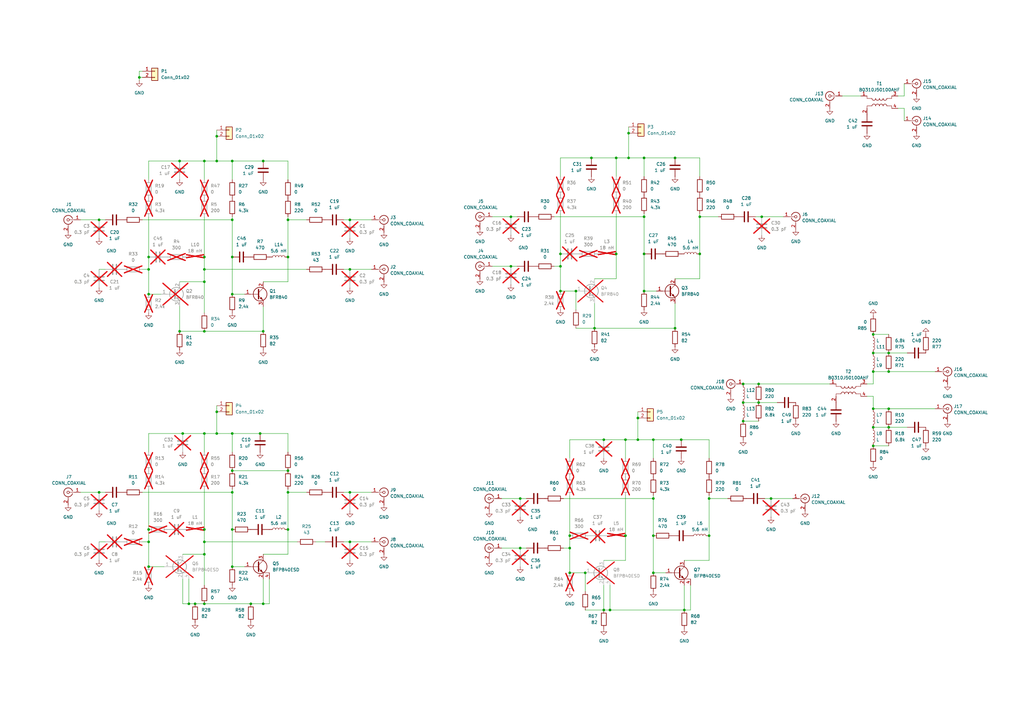
<source format=kicad_sch>
(kicad_sch (version 20250114) (generator "eeschema") (generator_version "9.0")
  (paper "A3")
  (title_block (title "{$TITLE}") (date "${DATE}") (rev "${VERSION}") (company "${COPYRIGHT}") (comment 1 "${LICENSE}"))
  (junction (at 95.25 120.65))
  (junction (at 252.73 64.77))
  (junction (at 95.25 105.41))
  (junction (at 95.25 193.04))
  (junction (at 40.64 201.93))
  (junction (at 118.11 90.17))
  (junction (at 267.97 219.71))
  (junction (at 252.73 104.14))
  (junction (at 143.51 110.49))
  (junction (at 74.93 177.8))
  (junction (at 287.02 88.9))
  (junction (at 267.97 234.95))
  (junction (at 143.51 222.25))
  (junction (at 304.8 172.72))
  (junction (at 264.16 119.38))
  (junction (at 257.81 54.61))
  (junction (at 229.87 109.22))
  (junction (at 364.49 175.26))
  (junction (at 83.82 227.33))
  (junction (at 279.4 180.34))
  (junction (at 364.49 144.78))
  (junction (at 264.16 64.77))
  (junction (at 290.83 219.71))
  (junction (at 364.49 167.64))
  (junction (at 267.97 180.34))
  (junction (at 261.62 171.45))
  (junction (at 236.22 119.38))
  (junction (at 316.23 204.47))
  (junction (at 311.15 157.48))
  (junction (at 106.68 177.8))
  (junction (at 209.55 88.9))
  (junction (at 304.8 165.1))
  (junction (at 83.82 135.89))
  (junction (at 229.87 104.14))
  (junction (at 83.82 115.57))
  (junction (at 107.95 66.04))
  (junction (at 304.8 157.48))
  (junction (at 102.87 247.65))
  (junction (at 143.51 201.93))
  (junction (at 276.86 134.62))
  (junction (at 118.11 217.17))
  (junction (at 287.02 104.14))
  (junction (at 358.14 167.64))
  (junction (at 358.14 182.88))
  (junction (at 311.15 165.1))
  (junction (at 88.9 55.88))
  (junction (at 267.97 204.47))
  (junction (at 83.82 66.04))
  (junction (at 83.82 177.8))
  (junction (at 250.19 250.19))
  (junction (at 209.55 109.22))
  (junction (at 60.96 222.25))
  (junction (at 213.36 224.79))
  (junction (at 118.11 193.04))
  (junction (at 60.96 105.41))
  (junction (at 60.96 120.65))
  (junction (at 247.65 180.34))
  (junction (at 261.62 180.34))
  (junction (at 73.66 66.04))
  (junction (at 229.87 119.38))
  (junction (at 364.49 152.4))
  (junction (at 240.03 234.95))
  (junction (at 57.15 31.75))
  (junction (at 95.25 201.93))
  (junction (at 118.11 105.41))
  (junction (at 60.96 110.49))
  (junction (at 95.25 66.04))
  (junction (at 290.83 204.47))
  (junction (at 60.96 232.41))
  (junction (at 40.64 90.17))
  (junction (at 83.82 105.41))
  (junction (at 312.42 88.9))
  (junction (at 233.68 224.79))
  (junction (at 143.51 90.17))
  (junction (at 233.68 234.95))
  (junction (at 80.01 247.65))
  (junction (at 95.25 217.17))
  (junction (at 60.96 217.17))
  (junction (at 83.82 110.49))
  (junction (at 213.36 204.47))
  (junction (at 83.82 217.17))
  (junction (at 118.11 201.93))
  (junction (at 358.14 137.16))
  (junction (at 358.14 152.4))
  (junction (at 257.81 64.77))
  (junction (at 77.47 247.65))
  (junction (at 95.25 90.17))
  (junction (at 88.9 177.8))
  (junction (at 247.65 250.19))
  (junction (at 73.66 135.89))
  (junction (at 280.67 250.19))
  (junction (at 264.16 88.9))
  (junction (at 358.14 175.26))
  (junction (at 83.82 247.65))
  (junction (at 243.84 134.62))
  (junction (at 242.57 64.77))
  (junction (at 83.82 222.25))
  (junction (at 95.25 177.8))
  (junction (at 256.54 180.34))
  (junction (at 88.9 66.04))
  (junction (at 88.9 168.91))
  (junction (at 107.95 135.89))
  (junction (at 107.95 247.65))
  (junction (at 233.68 219.71))
  (junction (at 264.16 104.14))
  (junction (at 358.14 144.78))
  (junction (at 95.25 232.41))
  (junction (at 276.86 64.77))
  (junction (at 256.54 219.71))
  (wire (pts (xy 118.11 66.04) (xy 107.95 66.04)))
  (wire (pts (xy 60.96 105.41) (xy 60.96 110.49)))
  (wire (pts (xy 118.11 201.93) (xy 118.11 217.17)))
  (wire (pts (xy 252.73 64.77) (xy 257.81 64.77)))
  (wire (pts (xy 252.73 64.77) (xy 252.73 72.39)))
  (wire (pts (xy 60.96 88.9) (xy 60.96 105.41)))
  (wire (pts (xy 73.66 125.73) (xy 73.66 135.89)))
  (wire (pts (xy 209.55 88.9) (xy 212.09 88.9)))
  (wire (pts (xy 88.9 55.88) (xy 88.9 66.04)))
  (wire (pts (xy 311.15 157.48) (xy 340.36 157.48)))
  (wire (pts (xy 321.31 88.9) (xy 312.42 88.9)))
  (wire (pts (xy 73.66 135.89) (xy 83.82 135.89)))
  (wire (pts (xy 264.16 64.77) (xy 276.86 64.77)))
  (wire (pts (xy 358.14 152.4) (xy 364.49 152.4)))
  (wire (pts (xy 264.16 64.77) (xy 264.16 72.39)))
  (wire (pts (xy 209.55 109.22) (xy 212.09 109.22)))
  (wire (pts (xy 267.97 203.2) (xy 267.97 204.47)))
  (wire (pts (xy 201.93 88.9) (xy 209.55 88.9)))
  (wire (pts (xy 107.95 247.65) (xy 110.49 247.65)))
  (wire (pts (xy 287.02 87.63) (xy 287.02 88.9)))
  (wire (pts (xy 229.87 119.38) (xy 236.22 119.38)))
  (wire (pts (xy 256.54 203.2) (xy 256.54 219.71)))
  (wire (pts (xy 57.15 33.02) (xy 57.15 31.75)))
  (wire (pts (xy 358.14 152.4) (xy 358.14 157.48)))
  (wire (pts (xy 257.81 52.07) (xy 257.81 54.61)))
  (wire (pts (xy 290.83 180.34) (xy 290.83 187.96)))
  (wire (pts (xy 118.11 201.93) (xy 125.73 201.93)))
  (wire (pts (xy 83.82 135.89) (xy 107.95 135.89)))
  (wire (pts (xy 60.96 66.04) (xy 73.66 66.04)))
  (wire (pts (xy 95.25 177.8) (xy 95.25 185.42)))
  (wire (pts (xy 233.68 224.79) (xy 233.68 234.95)))
  (wire (pts (xy 233.68 187.96) (xy 233.68 180.34)))
  (wire (pts (xy 58.42 201.93) (xy 95.25 201.93)))
  (wire (pts (xy 240.03 250.19) (xy 247.65 250.19)))
  (wire (pts (xy 229.87 72.39) (xy 229.87 64.77)))
  (wire (pts (xy 83.82 177.8) (xy 88.9 177.8)))
  (wire (pts (xy 364.49 167.64) (xy 383.54 167.64)))
  (wire (pts (xy 264.16 119.38) (xy 269.24 119.38)))
  (wire (pts (xy 60.96 222.25) (xy 60.96 232.41)))
  (wire (pts (xy 261.62 180.34) (xy 267.97 180.34)))
  (wire (pts (xy 364.49 175.26) (xy 372.11 175.26)))
  (wire (pts (xy 233.68 234.95) (xy 240.03 234.95)))
  (wire (pts (xy 118.11 177.8) (xy 118.11 185.42)))
  (wire (pts (xy 205.74 204.47) (xy 213.36 204.47)))
  (wire (pts (xy 280.67 250.19) (xy 283.21 250.19)))
  (wire (pts (xy 227.33 88.9) (xy 264.16 88.9)))
  (wire (pts (xy 229.87 64.77) (xy 242.57 64.77)))
  (wire (pts (xy 83.82 88.9) (xy 83.82 105.41)))
  (wire (pts (xy 58.42 110.49) (xy 60.96 110.49)))
  (wire (pts (xy 107.95 247.65) (xy 107.95 237.49)))
  (wire (pts (xy 304.8 172.72) (xy 311.15 172.72)))
  (wire (pts (xy 287.02 104.14) (xy 287.02 114.3)))
  (wire (pts (xy 355.6 162.56) (xy 358.14 162.56)))
  (wire (pts (xy 129.54 222.25) (xy 133.35 222.25)))
  (wire (pts (xy 83.82 115.57) (xy 83.82 128.27)))
  (wire (pts (xy 60.96 185.42) (xy 60.96 177.8)))
  (wire (pts (xy 60.96 120.65) (xy 66.04 120.65)))
  (wire (pts (xy 311.15 165.1) (xy 318.77 165.1)))
  (wire (pts (xy 152.4 90.17) (xy 143.51 90.17)))
  (wire (pts (xy 118.11 217.17) (xy 118.11 227.33)))
  (wire (pts (xy 118.11 88.9) (xy 118.11 90.17)))
  (wire (pts (xy 95.25 66.04) (xy 95.25 73.66)))
  (wire (pts (xy 143.51 90.17) (xy 140.97 90.17)))
  (wire (pts (xy 118.11 200.66) (xy 118.11 201.93)))
  (wire (pts (xy 355.6 157.48) (xy 358.14 157.48)))
  (wire (pts (xy 83.82 200.66) (xy 83.82 217.17)))
  (wire (pts (xy 118.11 90.17) (xy 125.73 90.17)))
  (wire (pts (xy 312.42 88.9) (xy 309.88 88.9)))
  (wire (pts (xy 83.82 110.49) (xy 83.82 115.57)))
  (wire (pts (xy 88.9 66.04) (xy 95.25 66.04)))
  (wire (pts (xy 57.15 31.75) (xy 57.15 29.21)))
  (wire (pts (xy 267.97 204.47) (xy 267.97 219.71)))
  (wire (pts (xy 279.4 180.34) (xy 290.83 180.34)))
  (wire (pts (xy 57.15 29.21) (xy 58.42 29.21)))
  (wire (pts (xy 276.86 134.62) (xy 276.86 124.46)))
  (wire (pts (xy 243.84 134.62) (xy 276.86 134.62)))
  (wire (pts (xy 242.57 64.77) (xy 252.73 64.77)))
  (wire (pts (xy 256.54 180.34) (xy 261.62 180.34)))
  (wire (pts (xy 280.67 229.87) (xy 290.83 229.87)))
  (wire (pts (xy 74.93 247.65) (xy 77.47 247.65)))
  (wire (pts (xy 95.25 201.93) (xy 95.25 217.17)))
  (wire (pts (xy 257.81 54.61) (xy 257.81 64.77)))
  (wire (pts (xy 80.01 247.65) (xy 83.82 247.65)))
  (wire (pts (xy 77.47 247.65) (xy 80.01 247.65)))
  (wire (pts (xy 316.23 204.47) (xy 313.69 204.47)))
  (wire (pts (xy 368.3 44.45) (xy 370.84 44.45)))
  (wire (pts (xy 143.51 222.25) (xy 152.4 222.25)))
  (wire (pts (xy 58.42 222.25) (xy 60.96 222.25)))
  (wire (pts (xy 252.73 104.14) (xy 252.73 114.3)))
  (wire (pts (xy 88.9 53.34) (xy 88.9 55.88)))
  (wire (pts (xy 231.14 224.79) (xy 233.68 224.79)))
  (wire (pts (xy 264.16 87.63) (xy 264.16 88.9)))
  (wire (pts (xy 40.64 110.49) (xy 43.18 110.49)))
  (wire (pts (xy 205.74 224.79) (xy 213.36 224.79)))
  (wire (pts (xy 213.36 204.47) (xy 215.9 204.47)))
  (wire (pts (xy 60.96 200.66) (xy 60.96 217.17)))
  (wire (pts (xy 83.82 105.41) (xy 83.82 110.49)))
  (wire (pts (xy 304.8 157.48) (xy 311.15 157.48)))
  (wire (pts (xy 74.93 177.8) (xy 83.82 177.8)))
  (wire (pts (xy 95.25 66.04) (xy 107.95 66.04)))
  (wire (pts (xy 73.66 115.57) (xy 83.82 115.57)))
  (wire (pts (xy 143.51 201.93) (xy 152.4 201.93)))
  (wire (pts (xy 143.51 222.25) (xy 140.97 222.25)))
  (wire (pts (xy 250.19 250.19) (xy 280.67 250.19)))
  (wire (pts (xy 88.9 166.37) (xy 88.9 168.91)))
  (wire (pts (xy 73.66 66.04) (xy 83.82 66.04)))
  (wire (pts (xy 83.82 110.49) (xy 125.73 110.49)))
  (wire (pts (xy 261.62 168.91) (xy 261.62 171.45)))
  (wire (pts (xy 290.83 203.2) (xy 290.83 204.47)))
  (wire (pts (xy 233.68 180.34) (xy 247.65 180.34)))
  (wire (pts (xy 95.25 88.9) (xy 95.25 90.17)))
  (wire (pts (xy 243.84 134.62) (xy 236.22 134.62)))
  (wire (pts (xy 250.19 240.03) (xy 250.19 250.19)))
  (wire (pts (xy 358.14 144.78) (xy 364.49 144.78)))
  (wire (pts (xy 83.82 66.04) (xy 83.82 73.66)))
  (wire (pts (xy 247.65 229.87) (xy 256.54 229.87)))
  (wire (pts (xy 290.83 204.47) (xy 290.83 219.71)))
  (wire (pts (xy 40.64 90.17) (xy 43.18 90.17)))
  (wire (pts (xy 88.9 168.91) (xy 88.9 177.8)))
  (wire (pts (xy 143.51 201.93) (xy 140.97 201.93)))
  (wire (pts (xy 267.97 180.34) (xy 267.97 187.96)))
  (wire (pts (xy 107.95 227.33) (xy 118.11 227.33)))
  (wire (pts (xy 95.25 177.8) (xy 106.68 177.8)))
  (wire (pts (xy 304.8 165.1) (xy 311.15 165.1)))
  (wire (pts (xy 358.14 167.64) (xy 364.49 167.64)))
  (wire (pts (xy 267.97 219.71) (xy 267.97 234.95)))
  (wire (pts (xy 276.86 114.3) (xy 287.02 114.3)))
  (wire (pts (xy 107.95 135.89) (xy 107.95 125.73)))
  (wire (pts (xy 290.83 219.71) (xy 290.83 229.87)))
  (wire (pts (xy 152.4 110.49) (xy 143.51 110.49)))
  (wire (pts (xy 233.68 219.71) (xy 233.68 224.79)))
  (wire (pts (xy 33.02 201.93) (xy 40.64 201.93)))
  (wire (pts (xy 287.02 64.77) (xy 276.86 64.77)))
  (wire (pts (xy 247.65 240.03) (xy 247.65 250.19)))
  (wire (pts (xy 252.73 87.63) (xy 252.73 104.14)))
  (wire (pts (xy 57.15 31.75) (xy 58.42 31.75)))
  (wire (pts (xy 58.42 90.17) (xy 95.25 90.17)))
  (wire (pts (xy 264.16 104.14) (xy 264.16 119.38)))
  (wire (pts (xy 267.97 180.34) (xy 279.4 180.34)))
  (wire (pts (xy 60.96 110.49) (xy 60.96 120.65)))
  (wire (pts (xy 95.25 217.17) (xy 95.25 232.41)))
  (wire (pts (xy 201.93 109.22) (xy 209.55 109.22)))
  (wire (pts (xy 95.25 105.41) (xy 95.25 120.65)))
  (wire (pts (xy 83.82 222.25) (xy 83.82 227.33)))
  (wire (pts (xy 95.25 120.65) (xy 100.33 120.65)))
  (wire (pts (xy 95.25 90.17) (xy 95.25 105.41)))
  (wire (pts (xy 40.64 201.93) (xy 43.18 201.93)))
  (wire (pts (xy 118.11 90.17) (xy 118.11 105.41)))
  (wire (pts (xy 213.36 224.79) (xy 215.9 224.79)))
  (wire (pts (xy 95.25 232.41) (xy 100.33 232.41)))
  (wire (pts (xy 368.3 39.37) (xy 370.84 39.37)))
  (wire (pts (xy 60.96 232.41) (xy 67.31 232.41)))
  (wire (pts (xy 287.02 88.9) (xy 294.64 88.9)))
  (wire (pts (xy 229.87 104.14) (xy 229.87 109.22)))
  (wire (pts (xy 83.82 177.8) (xy 83.82 185.42)))
  (wire (pts (xy 364.49 152.4) (xy 383.54 152.4)))
  (wire (pts (xy 95.25 200.66) (xy 95.25 201.93)))
  (wire (pts (xy 316.23 204.47) (xy 325.12 204.47)))
  (wire (pts (xy 236.22 119.38) (xy 236.22 127)))
  (wire (pts (xy 290.83 204.47) (xy 298.45 204.47)))
  (wire (pts (xy 229.87 87.63) (xy 229.87 104.14)))
  (wire (pts (xy 283.21 240.03) (xy 283.21 250.19)))
  (wire (pts (xy 264.16 88.9) (xy 264.16 104.14)))
  (wire (pts (xy 370.84 44.45) (xy 370.84 49.53)))
  (wire (pts (xy 60.96 177.8) (xy 74.93 177.8)))
  (wire (pts (xy 102.87 247.65) (xy 107.95 247.65)))
  (wire (pts (xy 88.9 177.8) (xy 95.25 177.8)))
  (wire (pts (xy 106.68 177.8) (xy 118.11 177.8)))
  (wire (pts (xy 287.02 88.9) (xy 287.02 104.14)))
  (wire (pts (xy 345.44 39.37) (xy 353.06 39.37)))
  (wire (pts (xy 256.54 219.71) (xy 256.54 229.87)))
  (wire (pts (xy 95.25 193.04) (xy 118.11 193.04)))
  (wire (pts (xy 231.14 204.47) (xy 267.97 204.47)))
  (wire (pts (xy 40.64 222.25) (xy 43.18 222.25)))
  (wire (pts (xy 83.82 66.04) (xy 88.9 66.04)))
  (wire (pts (xy 358.14 182.88) (xy 364.49 182.88)))
  (wire (pts (xy 60.96 217.17) (xy 60.96 222.25)))
  (wire (pts (xy 247.65 180.34) (xy 256.54 180.34)))
  (wire (pts (xy 77.47 237.49) (xy 77.47 247.65)))
  (wire (pts (xy 358.14 137.16) (xy 364.49 137.16)))
  (wire (pts (xy 33.02 90.17) (xy 40.64 90.17)))
  (wire (pts (xy 60.96 73.66) (xy 60.96 66.04)))
  (wire (pts (xy 118.11 73.66) (xy 118.11 66.04)))
  (wire (pts (xy 83.82 217.17) (xy 83.82 222.25)))
  (wire (pts (xy 83.82 247.65) (xy 102.87 247.65)))
  (wire (pts (xy 229.87 109.22) (xy 229.87 119.38)))
  (wire (pts (xy 358.14 175.26) (xy 364.49 175.26)))
  (wire (pts (xy 118.11 105.41) (xy 118.11 115.57)))
  (wire (pts (xy 364.49 144.78) (xy 372.11 144.78)))
  (wire (pts (xy 370.84 39.37) (xy 370.84 34.29)))
  (wire (pts (xy 256.54 180.34) (xy 256.54 187.96)))
  (wire (pts (xy 267.97 234.95) (xy 273.05 234.95)))
  (wire (pts (xy 227.33 109.22) (xy 229.87 109.22)))
  (wire (pts (xy 243.84 114.3) (xy 252.73 114.3)))
  (wire (pts (xy 74.93 227.33) (xy 83.82 227.33)))
  (wire (pts (xy 257.81 64.77) (xy 264.16 64.77)))
  (wire (pts (xy 107.95 115.57) (xy 118.11 115.57)))
  (wire (pts (xy 74.93 237.49) (xy 74.93 247.65)))
  (wire (pts (xy 233.68 203.2) (xy 233.68 219.71)))
  (wire (pts (xy 358.14 162.56) (xy 358.14 167.64)))
  (wire (pts (xy 110.49 237.49) (xy 110.49 247.65)))
  (wire (pts (xy 83.82 227.33) (xy 83.82 240.03)))
  (wire (pts (xy 287.02 72.39) (xy 287.02 64.77)))
  (wire (pts (xy 83.82 222.25) (xy 121.92 222.25)))
  (wire (pts (xy 143.51 110.49) (xy 140.97 110.49)))
  (wire (pts (xy 280.67 250.19) (xy 280.67 240.03)))
  (wire (pts (xy 261.62 171.45) (xy 261.62 180.34)))
  (wire (pts (xy 240.03 234.95) (xy 240.03 242.57)))
  (wire (pts (xy 247.65 250.19) (xy 250.19 250.19)))
  (wire (pts (xy 243.84 124.46) (xy 243.84 134.62)))
  (symbol (lib_id "Connector:Conn_Coaxial") (at 157.48 110.49 0) (unit 1)
    (property "Reference" "J2" (at 160.02 109.5131 0) (effects (justify left)))
    (property "Value" "CONN_COAXIAL" (at 160.02 112.0531 0) (effects (justify left)))
    (property "Footprint" "sma-variants:SMA-EDGE-1.3mm-pad-1.05mm-gap-2.6mm-keepout" (effects (hide yes)))
  )
  (symbol (lib_id "Connector:Conn_Coaxial") (at 27.94 90.17 0) (mirror y) (unit 1)
    (property "Reference" "J1" (at 28.2574 83.82 0))
    (property "Value" "CONN_COAXIAL" (at 28.2574 86.36 0))
    (property "Footprint" "sma-variants:SMA-EDGE-1.3mm-pad-1.05mm-gap-2.6mm-keepout" (effects (hide yes)))
  )
  (symbol (lib_id "Connector_Generic:Conn_01x02") (at 63.5 29.21 0) (unit 1)
    (property "Reference" "P1" (at 66.04 29.2099 0) (effects (justify left)))
    (property "Value" "Conn_01x02" (at 66.04 31.7499 0) (effects (justify left)))
    (property "Footprint" "Connector_PinHeader_2.54mm:PinHeader_1x02_P2.54mm_Vertical" (effects (hide yes)))
  )
  (symbol (lib_id "Connector_Generic:Conn_01x02") (at 93.98 53.34 0) (unit 1)
    (property "Reference" "P2" (at 96.52 53.3399 0) (effects (justify left)))
    (property "Value" "Conn_01x02" (at 96.52 55.8799 0) (effects (justify left)))
    (property "Footprint" "Connector_PinHeader_2.54mm:PinHeader_1x02_P2.54mm_Vertical" (effects (hide yes)))
  )
  (symbol (lib_id "Device:R") (at 304.8 176.53 0) (unit 1)
    (property "Reference" "R86" (at 307.34 175.2599 0) (effects (justify left)))
    (property "Value" "0" (at 307.34 177.7999 0) (effects (justify left)))
    (property "Footprint" "Resistor_SMD:R_0201_0603Metric" (effects (hide yes)))
    (property "Description" "Resistor" (effects (hide yes)))
  )
  (symbol (lib_id "Device:C") (at 279.4 184.15 0) (mirror x) (unit 1)
    (property "Reference" "C40" (at 275.59 182.8799 0) (effects (justify right)))
    (property "Value" "1 uF" (at 275.59 185.4199 0) (effects (justify right)))
    (property "Footprint" "Capacitor_SMD:C_0201_0603Metric" (effects (hide yes)))
  )
  (symbol (lib_id "power:GND") (at 229.87 127 0) (unit 1)
    (property "Reference" "#PWR026" (effects (hide yes)))
    (property "Value" "GND" (at 229.87 132.08 0))
    (property "Description" "Power symbol creates a global label with name \"GND\" , ground" (effects (hide yes)))
  )
  (symbol (lib_id "Device:R") (at 364.49 171.45 180) (unit 1)
    (property "Reference" "R10" (at 367.03 170.1799 0) (effects (justify right)))
    (property "Value" "220" (at 367.03 172.7199 0) (effects (justify right)))
    (property "Footprint" "Resistor_SMD:R_0201_0603Metric" (effects (hide yes)))
    (property "Description" "Resistor" (effects (hide yes)))
  )
  (symbol (lib_id "Device:R") (at 83.82 196.85 180) (unit 1) (dnp yes)
    (property "Reference" "R17" (at 86.36 195.5799 0) (effects (justify right)))
    (property "Value" "200" (at 86.36 198.1199 0) (effects (justify right)))
    (property "Footprint" "Resistor_SMD:R_0201_0603Metric" (effects (hide yes)))
    (property "Description" "Resistor" (effects (hide yes)))
  )
  (symbol (lib_id "Device:R") (at 276.86 138.43 180) (unit 1)
    (property "Reference" "R54" (at 279.4 137.1599 0) (effects (justify right)))
    (property "Value" "82" (at 279.4 139.6999 0) (effects (justify right)))
    (property "Footprint" "Resistor_SMD:R_0201_0603Metric" (effects (hide yes)))
    (property "Description" "Resistor" (effects (hide yes)))
  )
  (symbol (lib_id "power:GND") (at 342.9 172.72 0) (unit 1)
    (property "Reference" "#PWR061" (effects (hide yes)))
    (property "Value" "GND" (at 342.9 177.8 0))
    (property "Description" "Power symbol creates a global label with name \"GND\" , ground" (effects (hide yes)))
  )
  (symbol (lib_id "Device:C") (at 143.51 114.3 0) (unit 1) (dnp yes)
    (property "Reference" "C2" (at 147.32 113.0299 0) (effects (justify left)))
    (property "Value" "0.3 pF" (at 147.32 115.5699 0) (effects (justify left)))
    (property "Footprint" "Capacitor_SMD:C_0201_0603Metric" (effects (hide yes)))
  )
  (symbol (lib_id "Device:R") (at 275.59 104.14 90) (unit 1)
    (property "Reference" "R45" (at 275.59 97.79 90))
    (property "Value" "470" (at 275.59 100.33 90))
    (property "Footprint" "Resistor_SMD:R_0201_0603Metric" (effects (hide yes)))
    (property "Description" "Resistor" (effects (hide yes)))
  )
  (symbol (lib_id "Device:L") (at 358.14 148.59 0) (mirror x) (unit 1)
    (property "Reference" "L9" (at 359.41 149.8601 0) (effects (justify left)))
    (property "Value" "L" (at 359.41 147.3201 0) (effects (justify left)))
    (property "Footprint" "Inductor_SMD:L_0201_0603Metric" (effects (hide yes)))
    (property "Description" "Inductor" (effects (hide yes)))
  )
  (symbol (lib_id "Device:R") (at 60.96 189.23 0) (unit 1) (dnp yes)
    (property "Reference" "R13" (at 63.5 187.9599 0) (effects (justify left)))
    (property "Value" "0" (at 63.5 190.4999 0) (effects (justify left)))
    (property "Footprint" "Resistor_SMD:R_0201_0603Metric" (effects (hide yes)))
    (property "Description" "Resistor" (effects (hide yes)))
  )
  (symbol (lib_id "power:GND") (at 106.68 185.42 0) (unit 1)
    (property "Reference" "#PWR014" (effects (hide yes)))
    (property "Value" "GND" (at 106.68 190.5 0))
    (property "Description" "Power symbol creates a global label with name \"GND\" , ground" (effects (hide yes)))
  )
  (symbol (lib_id "Device:R") (at 227.33 224.79 90) (unit 1)
    (property "Reference" "R61" (at 227.33 218.44 90))
    (property "Value" "0" (at 227.33 220.98 90))
    (property "Footprint" "Resistor_SMD:R_0201_0603Metric" (effects (hide yes)))
    (property "Description" "Resistor" (effects (hide yes)))
  )
  (symbol (lib_id "Connector:Conn_Coaxial") (at 330.2 204.47 0) (unit 1)
    (property "Reference" "J12" (at 332.74 203.4931 0) (effects (justify left)))
    (property "Value" "CONN_COAXIAL" (at 332.74 206.0331 0) (effects (justify left)))
    (property "Footprint" "sma-variants:SMA-EDGE-1.3mm-pad-1.05mm-gap-2.6mm-keepout" (effects (hide yes)))
  )
  (symbol (lib_id "Device:C") (at 143.51 205.74 0) (unit 1) (dnp yes)
    (property "Reference" "C14" (at 147.32 204.4699 0) (effects (justify left)))
    (property "Value" "0.3 pF" (at 147.32 207.0099 0) (effects (justify left)))
    (property "Footprint" "Capacitor_SMD:C_0201_0603Metric" (effects (hide yes)))
  )
  (symbol (lib_id "Connector_Generic:Conn_01x02") (at 262.89 52.07 0) (unit 1)
    (property "Reference" "P3" (at 265.43 52.0699 0) (effects (justify left)))
    (property "Value" "Conn_01x02" (at 265.43 54.6099 0) (effects (justify left)))
    (property "Footprint" "Connector_PinHeader_2.54mm:PinHeader_1x02_P2.54mm_Vertical" (effects (hide yes)))
  )
  (symbol (lib_id "power:GND") (at 379.73 137.16 0) (mirror x) (unit 1)
    (property "Reference" "#PWR070" (effects (hide yes)))
    (property "Value" "GND" (at 379.73 132.08 0))
    (property "Description" "Power symbol creates a global label with name \"GND\" , ground" (effects (hide yes)))
  )
  (symbol (lib_id "Device:R") (at 233.68 191.77 0) (unit 1) (dnp yes)
    (property "Reference" "R62" (at 236.22 190.4999 0) (effects (justify left)))
    (property "Value" "0" (at 236.22 193.0399 0) (effects (justify left)))
    (property "Footprint" "Resistor_SMD:R_0201_0603Metric" (effects (hide yes)))
    (property "Description" "Resistor" (effects (hide yes)))
  )
  (symbol (lib_id "Connector:Conn_Coaxial") (at 388.62 167.64 0) (unit 1)
    (property "Reference" "J17" (at 391.16 166.6631 0) (effects (justify left)))
    (property "Value" "CONN_COAXIAL" (at 391.16 169.2031 0) (effects (justify left)))
    (property "Footprint" "sma-variants:SMA-EDGE-1.3mm-pad-1.05mm-gap-2.6mm-keepout" (effects (hide yes)))
  )
  (symbol (lib_id "Device:L") (at 358.14 179.07 0) (unit 1)
    (property "Reference" "L8" (at 359.41 177.7999 0) (effects (justify left)))
    (property "Value" "L" (at 359.41 180.3399 0) (effects (justify left)))
    (property "Footprint" "Inductor_SMD:L_0805_2012Metric" (effects (hide yes)))
    (property "Description" "Inductor" (effects (hide yes)))
  )
  (symbol (lib_id "Device:R") (at 83.82 85.09 180) (unit 1) (dnp yes)
    (property "Reference" "R5" (at 86.36 83.8199 0) (effects (justify right)))
    (property "Value" "200" (at 86.36 86.3599 0) (effects (justify right)))
    (property "Footprint" "Resistor_SMD:R_0201_0603Metric" (effects (hide yes)))
    (property "Description" "Resistor" (effects (hide yes)))
  )
  (symbol (lib_id "Device:R") (at 326.39 168.91 180) (unit 1)
    (property "Reference" "R83" (at 328.93 167.6399 0) (effects (justify right)))
    (property "Value" "220" (at 328.93 170.1799 0) (effects (justify right)))
    (property "Footprint" "Resistor_SMD:R_0201_0603Metric" (effects (hide yes)))
    (property "Description" "Resistor" (effects (hide yes)))
  )
  (symbol (lib_id "eval:Q_NPN_BECE") (at 72.39 232.41 0) (unit 1) (dnp yes)
    (property "Reference" "Q6" (at 78.74 231.1399 0) (effects (justify left)))
    (property "Value" "BFP840ESD" (at 78.74 233.6799 0) (effects (justify left)))
    (property "Footprint" "eval:SOT-343-4-3" (effects (hide yes)))
    (property "Description" "NPN transistor, base/emitter/collector/emitter" (effects (hide yes)))
  )
  (symbol (lib_id "Device:R") (at 83.82 132.08 0) (unit 1) (on_board no)
    (property "Reference" "R34" (at 86.36 130.8099 0) (effects (justify left)))
    (property "Value" "0" (at 86.36 133.3499 0) (effects (justify left)))
    (property "Footprint" "Resistor_SMD:R_0201_0603Metric" (effects (hide yes)))
    (property "Description" "Resistor" (effects (hide yes)))
  )
  (symbol (lib_id "Device:R") (at 264.16 83.82 180) (unit 1)
    (property "Reference" "R43" (at 266.7 82.5499 0) (effects (justify right)))
    (property "Value" "4.3k" (at 266.7 85.0899 0) (effects (justify right)))
    (property "Footprint" "Resistor_SMD:R_0201_0603Metric" (effects (hide yes)))
    (property "Description" "Resistor" (effects (hide yes)))
  )
  (symbol (lib_id "Device:C") (at 106.68 217.17 270) (mirror x) (unit 1)
    (property "Reference" "C11" (at 106.68 209.55 90))
    (property "Value" "1 uF" (at 106.68 212.09 90))
    (property "Footprint" "Capacitor_SMD:C_0201_0603Metric" (effects (hide yes)))
  )
  (symbol (lib_id "Device:L") (at 80.01 105.41 90) (unit 1) (dnp yes)
    (property "Reference" "L10" (at 80.01 100.33 90))
    (property "Value" "18 nH" (at 80.01 102.87 90))
    (property "Footprint" "Inductor_SMD:L_0201_0603Metric" (effects (hide yes)))
  )
  (symbol (lib_id "Device:R") (at 358.14 186.69 0) (unit 1)
    (property "Reference" "R84" (at 360.68 185.4199 0) (effects (justify left)))
    (property "Value" "0" (at 360.68 187.9599 0) (effects (justify left)))
    (property "Footprint" "Resistor_SMD:R_0201_0603Metric" (effects (hide yes)))
    (property "Description" "Resistor" (effects (hide yes)))
  )
  (symbol (lib_id "Device:R") (at 129.54 90.17 270) (unit 1)
    (property "Reference" "R52" (at 129.54 83.82 90))
    (property "Value" "0" (at 129.54 86.36 90))
    (property "Footprint" "Resistor_SMD:R_0201_0603Metric" (effects (hide yes)))
    (property "Description" "Resistor" (effects (hide yes)))
  )
  (symbol (lib_id "Device:R") (at 229.87 123.19 180) (unit 1) (dnp yes)
    (property "Reference" "R38" (at 227.33 121.9199 0) (effects (justify left)))
    (property "Value" "2.4k" (at 227.33 124.4599 0) (effects (justify left)))
    (property "Footprint" "Resistor_SMD:R_0201_0603Metric" (effects (hide yes)))
    (property "Description" "Resistor" (effects (hide yes)))
  )
  (symbol (lib_id "Connector:Conn_Coaxial") (at 375.92 49.53 0) (unit 1)
    (property "Reference" "J14" (at 378.46 48.5531 0) (effects (justify left)))
    (property "Value" "CONN_COAXIAL" (at 378.46 51.0931 0) (effects (justify left)))
    (property "Footprint" "sma-variants:SMA-EDGE-1.3mm-pad-1.05mm-gap-2.6mm-keepout" (effects (hide yes)))
  )
  (symbol (lib_id "Device:C") (at 40.64 226.06 0) (unit 1) (dnp yes)
    (property "Reference" "C6" (at 36.83 224.7899 0) (effects (justify right)))
    (property "Value" "0.3 pF" (at 36.83 227.3299 0) (effects (justify right)))
    (property "Footprint" "Capacitor_SMD:C_0201_0603Metric" (effects (hide yes)))
  )
  (symbol (lib_id "power:GND") (at 107.95 143.51 0) (unit 1)
    (property "Reference" "#PWR037" (effects (hide yes)))
    (property "Value" "GND" (at 107.95 148.59 0))
    (property "Description" "Power symbol creates a global label with name \"GND\" , ground" (effects (hide yes)))
  )
  (symbol (lib_id "Device:C") (at 247.65 184.15 0) (mirror x) (unit 1) (dnp yes)
    (property "Reference" "C38" (at 243.84 182.8799 0) (effects (justify right)))
    (property "Value" "1 uF" (at 243.84 185.4199 0) (effects (justify right)))
    (property "Footprint" "Capacitor_SMD:C_0201_0603Metric" (effects (hide yes)))
  )
  (symbol (lib_id "Transistor_BJT:Q_NPN_BCE") (at 274.32 119.38 0) (unit 1)
    (property "Reference" "Q3" (at 279.4 118.1099 0) (effects (justify left)))
    (property "Value" "BFR840" (at 279.4 120.6499 0) (effects (justify left)))
    (property "Footprint" "eval:TSLP-3-9" (effects (hide yes)))
    (property "Description" "NPN transistor, base/collector/emitter" (effects (hide yes)))
  )
  (symbol (lib_id "Device:C") (at 137.16 90.17 270) (unit 1)
    (property "Reference" "C19" (at 137.16 82.55 90))
    (property "Value" "1 uF" (at 137.16 85.09 90))
    (property "Footprint" "Capacitor_SMD:C_0201_0603Metric" (effects (hide yes)))
  )
  (symbol (lib_id "Transistor_BJT:Q_NPN_BCE") (at 241.3 119.38 0) (unit 1) (dnp yes)
    (property "Reference" "Q4" (at 246.38 118.1099 0) (effects (justify left)))
    (property "Value" "BFR840" (at 246.38 120.6499 0) (effects (justify left)))
    (property "Footprint" "eval:TSLP-3-9" (effects (hide yes)))
    (property "Description" "NPN transistor, base/collector/emitter" (effects (hide yes)))
  )
  (symbol (lib_id "Device:R") (at 80.01 251.46 180) (unit 1)
    (property "Reference" "R28" (at 82.55 250.1899 0) (effects (justify right)))
    (property "Value" "82" (at 82.55 252.7299 0) (effects (justify right)))
    (property "Footprint" "Resistor_SMD:R_0201_0603Metric" (effects (hide yes)))
    (property "Description" "Resistor" (effects (hide yes)))
  )
  (symbol (lib_id "Device:R") (at 267.97 191.77 0) (unit 1)
    (property "Reference" "R72" (at 270.51 190.4999 0) (effects (justify left)))
    (property "Value" "0" (at 270.51 193.0399 0) (effects (justify left)))
    (property "Footprint" "Resistor_SMD:R_0201_0603Metric" (effects (hide yes)))
    (property "Description" "Resistor" (effects (hide yes)))
  )
  (symbol (lib_id "Connector:Conn_Coaxial") (at 157.48 90.17 0) (unit 1)
    (property "Reference" "J3" (at 160.02 89.1931 0) (effects (justify left)))
    (property "Value" "CONN_COAXIAL" (at 160.02 91.7331 0) (effects (justify left)))
    (property "Footprint" "sma-variants:SMA-EDGE-1.3mm-pad-1.05mm-gap-2.6mm-keepout" (effects (hide yes)))
  )
  (symbol (lib_id "power:GND") (at 375.92 54.61 0) (unit 1)
    (property "Reference" "#PWR044" (effects (hide yes)))
    (property "Value" "GND" (at 375.92 59.69 0))
    (property "Description" "Power symbol creates a global label with name \"GND\" , ground" (effects (hide yes)))
  )
  (symbol (lib_id "power:GND") (at 375.92 39.37 0) (unit 1)
    (property "Reference" "#PWR057" (effects (hide yes)))
    (property "Value" "GND" (at 375.92 44.45 0))
    (property "Description" "Power symbol creates a global label with name \"GND\" , ground" (effects (hide yes)))
  )
  (symbol (lib_id "eval:Q_NPN_BECE") (at 105.41 232.41 0) (unit 1)
    (property "Reference" "Q5" (at 111.76 231.1399 0) (effects (justify left)))
    (property "Value" "BFP840ESD" (at 111.76 233.6799 0) (effects (justify left)))
    (property "Footprint" "eval:SOT-343-4-3" (effects (hide yes)))
    (property "Description" "NPN transistor, base/emitter/collector/emitter" (effects (hide yes)))
  )
  (symbol (lib_id "Connector:Conn_Coaxial") (at 326.39 88.9 0) (unit 1)
    (property "Reference" "J6" (at 328.93 87.9231 0) (effects (justify left)))
    (property "Value" "CONN_COAXIAL" (at 328.93 90.4631 0) (effects (justify left)))
    (property "Footprint" "sma-variants:SMA-EDGE-1.3mm-pad-1.05mm-gap-2.6mm-keepout" (effects (hide yes)))
  )
  (symbol (lib_id "power:GND") (at 330.2 209.55 0) (unit 1)
    (property "Reference" "#PWR062" (effects (hide yes)))
    (property "Value" "GND" (at 330.2 214.63 0))
    (property "Description" "Power symbol creates a global label with name \"GND\" , ground" (effects (hide yes)))
  )
  (symbol (lib_id "Device:R") (at 358.14 133.35 180) (unit 1)
    (property "Reference" "R85" (at 355.6 134.6201 0) (effects (justify left)))
    (property "Value" "0" (at 355.6 132.0801 0) (effects (justify left)))
    (property "Footprint" "Resistor_SMD:R_0201_0603Metric" (effects (hide yes)))
    (property "Description" "Resistor" (effects (hide yes)))
  )
  (symbol (lib_id "Device:R") (at 264.16 76.2 0) (unit 1)
    (property "Reference" "R42" (at 266.7 74.9299 0) (effects (justify left)))
    (property "Value" "0" (at 266.7 77.4699 0) (effects (justify left)))
    (property "Footprint" "Resistor_SMD:R_0201_0603Metric" (effects (hide yes)))
    (property "Description" "Resistor" (effects (hide yes)))
  )
  (symbol (lib_id "power:GND") (at 157.48 227.33 0) (unit 1)
    (property "Reference" "#PWR035" (effects (hide yes)))
    (property "Value" "GND" (at 157.48 232.41 0))
    (property "Description" "Power symbol creates a global label with name \"GND\" , ground" (effects (hide yes)))
  )
  (symbol (lib_id "Connector_Generic:Conn_01x02") (at 93.98 166.37 0) (unit 1)
    (property "Reference" "P4" (at 96.52 166.3699 0) (effects (justify left)))
    (property "Value" "Conn_01x02" (at 96.52 168.9099 0) (effects (justify left)))
    (property "Footprint" "Connector_PinHeader_2.54mm:PinHeader_1x02_P2.54mm_Vertical" (effects (hide yes)))
  )
  (symbol (lib_id "power:GND") (at 107.95 73.66 0) (unit 1)
    (property "Reference" "#PWR015" (effects (hide yes)))
    (property "Value" "GND" (at 107.95 78.74 0))
    (property "Description" "Power symbol creates a global label with name \"GND\" , ground" (effects (hide yes)))
  )
  (symbol (lib_id "Device:L") (at 114.3 105.41 90) (unit 1)
    (property "Reference" "L14" (at 114.3 100.33 90))
    (property "Value" "5.6 nH" (at 114.3 102.87 90))
    (property "Footprint" "Inductor_SMD:L_0201_0603Metric" (effects (hide yes)))
  )
  (symbol (lib_id "power:GND") (at 209.55 116.84 0) (unit 1)
    (property "Reference" "#PWR025" (effects (hide yes)))
    (property "Value" "GND" (at 209.55 121.92 0))
    (property "Description" "Power symbol creates a global label with name \"GND\" , ground" (effects (hide yes)))
  )
  (symbol (lib_id "Connector:Conn_Coaxial") (at 200.66 204.47 0) (mirror y) (unit 1)
    (property "Reference" "J11" (at 200.9774 198.12 0))
    (property "Value" "CONN_COAXIAL" (at 200.9774 200.66 0))
    (property "Footprint" "sma-variants:SMA-EDGE-1.3mm-pad-1.05mm-gap-2.6mm-keepout" (effects (hide yes)))
  )
  (symbol (lib_id "power:GND") (at 388.62 157.48 0) (unit 1)
    (property "Reference" "#PWR059" (effects (hide yes)))
    (property "Value" "GND" (at 388.62 162.56 0))
    (property "Description" "Power symbol creates a global label with name \"GND\" , ground" (effects (hide yes)))
  )
  (symbol (lib_id "Device:R") (at 229.87 76.2 0) (unit 1) (dnp yes)
    (property "Reference" "R36" (at 232.41 74.9299 0) (effects (justify left)))
    (property "Value" "0" (at 232.41 77.4699 0) (effects (justify left)))
    (property "Footprint" "Resistor_SMD:R_0201_0603Metric" (effects (hide yes)))
    (property "Description" "Resistor" (effects (hide yes)))
  )
  (symbol (lib_id "Device:C") (at 215.9 109.22 270) (unit 1)
    (property "Reference" "C24" (at 215.9 114.3 90))
    (property "Value" "1 uF" (at 215.9 116.84 90))
    (property "Footprint" "Capacitor_SMD:C_0201_0603Metric" (effects (hide yes)))
  )
  (symbol (lib_id "Device:R") (at 267.97 199.39 180) (unit 1)
    (property "Reference" "R73" (at 270.51 198.1199 0) (effects (justify right)))
    (property "Value" "4.3k" (at 270.51 200.6599 0) (effects (justify right)))
    (property "Footprint" "Resistor_SMD:R_0201_0603Metric" (effects (hide yes)))
    (property "Description" "Resistor" (effects (hide yes)))
  )
  (symbol (lib_id "Device:R") (at 247.65 254 180) (unit 1)
    (property "Reference" "R67" (at 245.11 252.7299 0) (effects (justify left)))
    (property "Value" "82" (at 245.11 255.2699 0) (effects (justify left)))
    (property "Footprint" "Resistor_SMD:R_0201_0603Metric" (effects (hide yes)))
    (property "Description" "Resistor" (effects (hide yes)))
  )
  (symbol (lib_id "power:GND") (at 243.84 142.24 0) (unit 1)
    (property "Reference" "#PWR032" (effects (hide yes)))
    (property "Value" "GND" (at 243.84 147.32 0))
    (property "Description" "Power symbol creates a global label with name \"GND\" , ground" (effects (hide yes)))
  )
  (symbol (lib_id "Device:L") (at 248.92 104.14 90) (unit 1) (dnp yes)
    (property "Reference" "L3" (at 248.92 99.06 90))
    (property "Value" "18 nH" (at 248.92 101.6 90))
    (property "Footprint" "Inductor_SMD:L_0201_0603Metric" (effects (hide yes)))
  )
  (symbol (lib_id "Device:R") (at 241.3 104.14 90) (unit 1) (dnp yes)
    (property "Reference" "R39" (at 241.3 97.79 90))
    (property "Value" "300" (at 241.3 100.33 90))
    (property "Footprint" "Resistor_SMD:R_0201_0603Metric" (effects (hide yes)))
    (property "Description" "Resistor" (effects (hide yes)))
  )
  (symbol (lib_id "Device:R") (at 243.84 138.43 180) (unit 1)
    (property "Reference" "R41" (at 246.38 137.1599 0) (effects (justify right)))
    (property "Value" "82" (at 246.38 139.6999 0) (effects (justify right)))
    (property "Footprint" "Resistor_SMD:R_0201_0603Metric" (effects (hide yes)))
    (property "Description" "Resistor" (effects (hide yes)))
  )
  (symbol (lib_id "Device:R") (at 118.11 77.47 0) (unit 1)
    (property "Reference" "R49" (at 120.65 76.1999 0) (effects (justify left)))
    (property "Value" "0" (at 120.65 78.7399 0) (effects (justify left)))
    (property "Footprint" "Resistor_SMD:R_0201_0603Metric" (effects (hide yes)))
    (property "Description" "Resistor" (effects (hide yes)))
  )
  (symbol (lib_id "Connector:Conn_Coaxial") (at 299.72 157.48 0) (mirror y) (unit 1)
    (property "Reference" "J18" (at 297.18 156.5031 0) (effects (justify left)))
    (property "Value" "CONN_COAXIAL" (at 297.18 159.0431 0) (effects (justify left)))
    (property "Footprint" "sma-variants:SMA-EDGE-1.3mm-pad-1.05mm-gap-2.6mm-keepout" (effects (hide yes)))
  )
  (symbol (lib_id "Device:R") (at 129.54 201.93 270) (unit 1)
    (property "Reference" "R26" (at 129.54 195.58 90))
    (property "Value" "0" (at 129.54 198.12 90))
    (property "Footprint" "Resistor_SMD:R_0201_0603Metric" (effects (hide yes)))
    (property "Description" "Resistor" (effects (hide yes)))
  )
  (symbol (lib_id "Device:R") (at 54.61 222.25 90) (unit 1) (dnp yes)
    (property "Reference" "R12" (at 54.61 215.9 90))
    (property "Value" "0" (at 54.61 218.44 90))
    (property "Footprint" "Resistor_SMD:R_0201_0603Metric" (effects (hide yes)))
    (property "Description" "Resistor" (effects (hide yes)))
  )
  (symbol (lib_id "Device:C") (at 137.16 201.93 270) (unit 1)
    (property "Reference" "C12" (at 137.16 194.31 90))
    (property "Value" "1 uF" (at 137.16 196.85 90))
    (property "Footprint" "Capacitor_SMD:C_0201_0603Metric" (effects (hide yes)))
  )
  (symbol (lib_id "power:GND") (at 304.8 180.34 0) (unit 1)
    (property "Reference" "#PWR068" (effects (hide yes)))
    (property "Value" "GND" (at 304.8 185.42 0))
    (property "Description" "Power symbol creates a global label with name \"GND\" , ground" (effects (hide yes)))
  )
  (symbol (lib_id "Device:C") (at 322.58 165.1 90) (mirror x) (unit 1)
    (property "Reference" "C49" (at 322.58 170.18 90))
    (property "Value" "1 uF" (at 322.58 172.72 90))
    (property "Footprint" "Capacitor_SMD:C_0201_0603Metric" (effects (hide yes)))
  )
  (symbol (lib_id "Device:R") (at 302.26 204.47 270) (unit 1)
    (property "Reference" "R81" (at 302.26 198.12 90))
    (property "Value" "0" (at 302.26 200.66 90))
    (property "Footprint" "Resistor_SMD:R_0201_0603Metric" (effects (hide yes)))
    (property "Description" "Resistor" (effects (hide yes)))
  )
  (symbol (lib_id "Device:R") (at 227.33 204.47 90) (unit 1)
    (property "Reference" "R60" (at 227.33 198.12 90))
    (property "Value" "0" (at 227.33 200.66 90))
    (property "Footprint" "Resistor_SMD:R_0201_0603Metric" (effects (hide yes)))
    (property "Description" "Resistor" (effects (hide yes)))
  )
  (symbol (lib_id "Device:R") (at 287.02 76.2 0) (unit 1)
    (property "Reference" "R50" (at 289.56 74.9299 0) (effects (justify left)))
    (property "Value" "0" (at 289.56 77.4699 0) (effects (justify left)))
    (property "Footprint" "Resistor_SMD:R_0201_0603Metric" (effects (hide yes)))
    (property "Description" "Resistor" (effects (hide yes)))
  )
  (symbol (lib_id "power:GND") (at 74.93 185.42 0) (unit 1)
    (property "Reference" "#PWR041" (effects (hide yes)))
    (property "Value" "GND" (at 74.93 190.5 0))
    (property "Description" "Power symbol creates a global label with name \"GND\" , ground" (effects (hide yes)))
  )
  (symbol (lib_id "eval:Q_NPN_BECE") (at 278.13 234.95 0) (unit 1)
    (property "Reference" "Q7" (at 284.48 233.6799 0) (effects (justify left)))
    (property "Value" "BFP840ESD" (at 284.48 236.2199 0) (effects (justify left)))
    (property "Footprint" "eval:SOT-343-4-3" (effects (hide yes)))
    (property "Description" "NPN transistor, base/emitter/collector/emitter" (effects (hide yes)))
  )
  (symbol (lib_id "Device:R") (at 298.45 88.9 270) (unit 1)
    (property "Reference" "R48" (at 298.45 82.55 90))
    (property "Value" "0" (at 298.45 85.09 90))
    (property "Footprint" "Resistor_SMD:R_0201_0603Metric" (effects (hide yes)))
    (property "Description" "Resistor" (effects (hide yes)))
  )
  (symbol (lib_id "power:GND") (at 40.64 118.11 0) (unit 1)
    (property "Reference" "#PWR09" (effects (hide yes)))
    (property "Value" "GND" (at 40.64 123.19 0))
    (property "Description" "Power symbol creates a global label with name \"GND\" , ground" (effects (hide yes)))
  )
  (symbol (lib_id "Device:C") (at 106.68 181.61 0) (mirror x) (unit 1)
    (property "Reference" "C10" (at 102.87 180.3399 0) (effects (justify right)))
    (property "Value" "1 uF" (at 102.87 182.8799 0) (effects (justify right)))
    (property "Footprint" "Capacitor_SMD:C_0201_0603Metric" (effects (hide yes)))
  )
  (symbol (lib_id "Device:R") (at 106.68 105.41 90) (unit 1)
    (property "Reference" "R7" (at 106.68 99.06 90))
    (property "Value" "470" (at 106.68 101.6 90))
    (property "Footprint" "Resistor_SMD:R_0201_0603Metric" (effects (hide yes)))
    (property "Description" "Resistor" (effects (hide yes)))
  )
  (symbol (lib_id "Device:C") (at 279.4 219.71 270) (mirror x) (unit 1)
    (property "Reference" "C39" (at 279.4 212.09 90))
    (property "Value" "1 uF" (at 279.4 214.63 90))
    (property "Footprint" "Capacitor_SMD:C_0201_0603Metric" (effects (hide yes)))
  )
  (symbol (lib_id "Transistor_BJT:Q_NPN_BCE") (at 71.12 120.65 0) (unit 1) (dnp yes)
    (property "Reference" "Q2" (at 76.2 119.3799 0) (effects (justify left)))
    (property "Value" "BFR840" (at 76.2 121.9199 0) (effects (justify left)))
    (property "Footprint" "eval:TSLP-3-9" (effects (hide yes)))
    (property "Description" "NPN transistor, base/collector/emitter" (effects (hide yes)))
  )
  (symbol (lib_id "Device:R") (at 240.03 246.38 0) (unit 1) (on_board no)
    (property "Reference" "R65" (at 242.57 245.1099 0) (effects (justify left)))
    (property "Value" "0" (at 242.57 247.6499 0) (effects (justify left)))
    (property "Footprint" "Resistor_SMD:R_0201_0603Metric" (effects (hide yes)))
    (property "Description" "Resistor" (effects (hide yes)))
  )
  (symbol (lib_id "power:GND") (at 264.16 127 0) (unit 1)
    (property "Reference" "#PWR034" (effects (hide yes)))
    (property "Value" "GND" (at 264.16 132.08 0))
    (property "Description" "Power symbol creates a global label with name \"GND\" , ground" (effects (hide yes)))
  )
  (symbol (lib_id "Device:R") (at 379.73 140.97 0) (mirror y) (unit 1)
    (property "Reference" "R77" (at 382.27 142.2401 0) (effects (justify right)))
    (property "Value" "220" (at 382.27 139.7001 0) (effects (justify right)))
    (property "Footprint" "Resistor_SMD:R_0201_0603Metric" (effects (hide yes)))
    (property "Description" "Resistor" (effects (hide yes)))
  )
  (symbol (lib_id "Device:L") (at 283.21 104.14 90) (unit 1)
    (property "Reference" "L4" (at 283.21 99.06 90))
    (property "Value" "5.6 nH" (at 283.21 101.6 90))
    (property "Footprint" "Inductor_SMD:L_0201_0603Metric" (effects (hide yes)))
  )
  (symbol (lib_id "Device:R") (at 223.52 109.22 90) (unit 1)
    (property "Reference" "R31" (at 223.52 102.87 90))
    (property "Value" "0" (at 223.52 105.41 90))
    (property "Footprint" "Resistor_SMD:R_0201_0603Metric" (effects (hide yes)))
    (property "Description" "Resistor" (effects (hide yes)))
  )
  (symbol (lib_id "power:GND") (at 213.36 232.41 0) (unit 1)
    (property "Reference" "#PWR049" (effects (hide yes)))
    (property "Value" "GND" (at 213.36 237.49 0))
    (property "Description" "Power symbol creates a global label with name \"GND\" , ground" (effects (hide yes)))
  )
  (symbol (lib_id "Device:R") (at 129.54 110.49 270) (unit 1)
    (property "Reference" "R53" (at 129.54 104.14 90))
    (property "Value" "43" (at 129.54 106.68 90))
    (property "Footprint" "Resistor_SMD:R_0201_0603Metric" (effects (hide yes)))
    (property "Description" "Resistor" (effects (hide yes)))
  )
  (symbol (lib_id "Device:C") (at 219.71 204.47 270) (unit 1)
    (property "Reference" "C35" (at 219.71 209.55 90))
    (property "Value" "1 uF" (at 219.71 212.09 90))
    (property "Footprint" "Capacitor_SMD:C_0201_0603Metric" (effects (hide yes)))
  )
  (symbol (lib_id "Device:L") (at 80.01 217.17 90) (unit 1) (dnp yes)
    (property "Reference" "L1" (at 80.01 212.09 90))
    (property "Value" "18 nH" (at 80.01 214.63 90))
    (property "Footprint" "Inductor_SMD:L_0201_0603Metric" (effects (hide yes)))
  )
  (symbol (lib_id "Connector:Conn_Coaxial") (at 340.36 39.37 0) (mirror y) (unit 1)
    (property "Reference" "J13" (at 337.82 38.3931 0) (effects (justify left)))
    (property "Value" "CONN_COAXIAL" (at 337.82 40.9331 0) (effects (justify left)))
    (property "Footprint" "sma-variants:SMA-EDGE-1.3mm-pad-1.05mm-gap-2.6mm-keepout" (effects (hide yes)))
  )
  (symbol (lib_id "Connector:Conn_Coaxial") (at 27.94 201.93 0) (mirror y) (unit 1)
    (property "Reference" "J7" (at 28.2574 195.58 0))
    (property "Value" "CONN_COAXIAL" (at 28.2574 198.12 0))
    (property "Footprint" "sma-variants:SMA-EDGE-1.3mm-pad-1.05mm-gap-2.6mm-keepout" (effects (hide yes)))
  )
  (symbol (lib_id "Device:R") (at 54.61 110.49 90) (unit 1) (dnp yes)
    (property "Reference" "R33" (at 54.61 104.14 90))
    (property "Value" "0" (at 54.61 106.68 90))
    (property "Footprint" "Resistor_SMD:R_0201_0603Metric" (effects (hide yes)))
    (property "Description" "Resistor" (effects (hide yes)))
  )
  (symbol (lib_id "power:GND") (at 143.51 229.87 0) (unit 1)
    (property "Reference" "#PWR021" (effects (hide yes)))
    (property "Value" "GND" (at 143.51 234.95 0))
    (property "Description" "Power symbol creates a global label with name \"GND\" , ground" (effects (hide yes)))
  )
  (symbol (lib_id "Device:C") (at 46.99 222.25 270) (unit 1) (dnp yes)
    (property "Reference" "C8" (at 46.99 227.33 90))
    (property "Value" "1 uF" (at 46.99 229.87 90))
    (property "Footprint" "Capacitor_SMD:C_0201_0603Metric" (effects (hide yes)))
  )
  (symbol (lib_id "Connector:Conn_Coaxial") (at 375.92 34.29 0) (unit 1)
    (property "Reference" "J15" (at 378.46 33.3131 0) (effects (justify left)))
    (property "Value" "CONN_COAXIAL" (at 378.46 35.8531 0) (effects (justify left)))
    (property "Footprint" "sma-variants:SMA-EDGE-1.3mm-pad-1.05mm-gap-2.6mm-keepout" (effects (hide yes)))
  )
  (symbol (lib_id "power:GND") (at 358.14 190.5 0) (unit 1)
    (property "Reference" "#PWR066" (effects (hide yes)))
    (property "Value" "GND" (at 358.14 195.58 0))
    (property "Description" "Power symbol creates a global label with name \"GND\" , ground" (effects (hide yes)))
  )
  (symbol (lib_id "Device:C") (at 46.99 90.17 270) (unit 1)
    (property "Reference" "C20" (at 46.99 95.25 90))
    (property "Value" "1 uF" (at 46.99 97.79 90))
    (property "Footprint" "Capacitor_SMD:C_0201_0603Metric" (effects (hide yes)))
  )
  (symbol (lib_id "Device:R") (at 83.82 189.23 0) (unit 1) (dnp yes)
    (property "Reference" "R55" (at 86.36 187.9599 0) (effects (justify left)))
    (property "Value" "0" (at 86.36 190.4999 0) (effects (justify left)))
    (property "Footprint" "Resistor_SMD:R_0201_0603Metric" (effects (hide yes)))
    (property "Description" "Resistor" (effects (hide yes)))
  )
  (symbol (lib_id "power:GND") (at 299.72 162.56 0) (mirror y) (unit 1)
    (property "Reference" "#PWR064" (effects (hide yes)))
    (property "Value" "GND" (at 299.72 167.64 0))
    (property "Description" "Power symbol creates a global label with name \"GND\" , ground" (effects (hide yes)))
  )
  (symbol (lib_id "Device:C") (at 40.64 114.3 0) (unit 1) (dnp yes)
    (property "Reference" "C4" (at 36.83 113.0299 0) (effects (justify right)))
    (property "Value" "0.3 pF" (at 36.83 115.5699 0) (effects (justify right)))
    (property "Footprint" "Capacitor_SMD:C_0201_0603Metric" (effects (hide yes)))
  )
  (symbol (lib_id "power:GND") (at 276.86 72.39 0) (unit 1)
    (property "Reference" "#PWR031" (effects (hide yes)))
    (property "Value" "GND" (at 276.86 77.47 0))
    (property "Description" "Power symbol creates a global label with name \"GND\" , ground" (effects (hide yes)))
  )
  (symbol (lib_id "Device:R") (at 102.87 251.46 180) (unit 1)
    (property "Reference" "R58" (at 100.33 250.1899 0) (effects (justify left)))
    (property "Value" "82" (at 100.33 252.7299 0) (effects (justify left)))
    (property "Footprint" "Resistor_SMD:R_0201_0603Metric" (effects (hide yes)))
    (property "Description" "Resistor" (effects (hide yes)))
  )
  (symbol (lib_id "eval:B0310J50100AHF") (at 347.98 160.02 0) (unit 1)
    (property "Reference" "T2" (at 347.98 152.4 0))
    (property "Value" "B0310J50100AHF" (at 347.98 154.94 0))
    (property "Footprint" "RF_Converter:Anaren_0805_2012Metric-6" (effects (hide yes)))
    (property "Datasheet" "https://cdn.ttm.com/repository/products/wireless-xinger/balun-transformers/B0310J50100AHF/B0310J50100AHF.pdf" (effects (hide yes)))
    (property "Description" "Ultra Low Profile 0805 Balun 50Ω to 100Ω Balanced" (effects (hide yes)))
  )
  (symbol (lib_id "Device:R") (at 237.49 219.71 90) (unit 1) (dnp yes)
    (property "Reference" "R66" (at 237.49 213.36 90))
    (property "Value" "300" (at 237.49 215.9 90))
    (property "Footprint" "Resistor_SMD:R_0201_0603Metric" (effects (hide yes)))
    (property "Description" "Resistor" (effects (hide yes)))
  )
  (symbol (lib_id "Device:R") (at 83.82 243.84 0) (unit 1) (on_board no)
    (property "Reference" "R57" (at 86.36 242.5699 0) (effects (justify left)))
    (property "Value" "0" (at 86.36 245.1099 0) (effects (justify left)))
    (property "Footprint" "Resistor_SMD:R_0201_0603Metric" (effects (hide yes)))
    (property "Description" "Resistor" (effects (hide yes)))
  )
  (symbol (lib_id "Device:R") (at 379.73 179.07 180) (unit 1)
    (property "Reference" "R59" (at 382.27 177.7999 0) (effects (justify right)))
    (property "Value" "220" (at 382.27 180.3399 0) (effects (justify right)))
    (property "Footprint" "Resistor_SMD:R_0201_0603Metric" (effects (hide yes)))
    (property "Description" "Resistor" (effects (hide yes)))
  )
  (symbol (lib_id "Transistor_BJT:Q_NPN_BCE") (at 105.41 120.65 0) (unit 1)
    (property "Reference" "Q1" (at 110.49 119.3799 0) (effects (justify left)))
    (property "Value" "BFR840" (at 110.49 121.9199 0) (effects (justify left)))
    (property "Footprint" "eval:TSLP-3-9" (effects (hide yes)))
    (property "Description" "NPN transistor, base/collector/emitter" (effects (hide yes)))
  )
  (symbol (lib_id "Device:R") (at 60.96 196.85 180) (unit 1) (dnp yes)
    (property "Reference" "R14" (at 63.5 195.5799 0) (effects (justify right)))
    (property "Value" "4.3k" (at 63.5 198.1199 0) (effects (justify right)))
    (property "Footprint" "Resistor_SMD:R_0201_0603Metric" (effects (hide yes)))
    (property "Description" "Resistor" (effects (hide yes)))
  )
  (symbol (lib_id "Device:C") (at 46.99 110.49 270) (unit 1) (dnp yes)
    (property "Reference" "C21" (at 46.99 115.57 90))
    (property "Value" "1 uF" (at 46.99 118.11 90))
    (property "Footprint" "Capacitor_SMD:C_0201_0603Metric" (effects (hide yes)))
  )
  (symbol (lib_id "Device:R") (at 118.11 85.09 180) (unit 1)
    (property "Reference" "R8" (at 120.65 83.8199 0) (effects (justify right)))
    (property "Value" "220" (at 120.65 86.3599 0) (effects (justify right)))
    (property "Footprint" "Resistor_SMD:R_0201_0603Metric" (effects (hide yes)))
    (property "Description" "Resistor" (effects (hide yes)))
  )
  (symbol (lib_id "Device:R") (at 364.49 179.07 180) (unit 1)
    (property "Reference" "R18" (at 367.03 177.7999 0) (effects (justify right)))
    (property "Value" "6.8k" (at 367.03 180.3399 0) (effects (justify right)))
    (property "Footprint" "Resistor_SMD:R_0201_0603Metric" (effects (hide yes)))
    (property "Description" "Resistor" (effects (hide yes)))
  )
  (symbol (lib_id "power:GND") (at 27.94 207.01 0) (unit 1)
    (property "Reference" "#PWR028" (effects (hide yes)))
    (property "Value" "GND" (at 27.94 212.09 0))
    (property "Description" "Power symbol creates a global label with name \"GND\" , ground" (effects (hide yes)))
  )
  (symbol (lib_id "power:GND") (at 326.39 93.98 0) (unit 1)
    (property "Reference" "#PWR038" (effects (hide yes)))
    (property "Value" "GND" (at 326.39 99.06 0))
    (property "Description" "Power symbol creates a global label with name \"GND\" , ground" (effects (hide yes)))
  )
  (symbol (lib_id "eval:Q_NPN_BECE") (at 245.11 234.95 0) (unit 1) (dnp yes)
    (property "Reference" "Q8" (at 251.46 233.6799 0) (effects (justify left)))
    (property "Value" "BFP840ESD" (at 251.46 236.2199 0) (effects (justify left)))
    (property "Footprint" "eval:SOT-343-4-3" (effects (hide yes)))
    (property "Description" "NPN transistor, base/emitter/collector/emitter" (effects (hide yes)))
  )
  (symbol (lib_id "power:GND") (at 358.14 129.54 180) (unit 1)
    (property "Reference" "#PWR065" (effects (hide yes)))
    (property "Value" "GND" (at 358.14 124.46 0))
    (property "Description" "Power symbol creates a global label with name \"GND\" , ground" (effects (hide yes)))
  )
  (symbol (lib_id "Device:C") (at 355.6 50.8 0) (mirror x) (unit 1)
    (property "Reference" "C42" (at 351.79 49.5299 0) (effects (justify right)))
    (property "Value" "1 uF" (at 351.79 52.0699 0) (effects (justify right)))
    (property "Footprint" "Capacitor_SMD:C_0201_0603Metric" (effects (hide yes)))
  )
  (symbol (lib_id "Device:R") (at 256.54 199.39 180) (unit 1) (dnp yes)
    (property "Reference" "R70" (at 259.08 198.1199 0) (effects (justify right)))
    (property "Value" "200" (at 259.08 200.6599 0) (effects (justify right)))
    (property "Footprint" "Resistor_SMD:R_0201_0603Metric" (effects (hide yes)))
    (property "Description" "Resistor" (effects (hide yes)))
  )
  (symbol (lib_id "Device:R") (at 256.54 191.77 0) (unit 1) (dnp yes)
    (property "Reference" "R69" (at 259.08 190.4999 0) (effects (justify left)))
    (property "Value" "0" (at 259.08 193.0399 0) (effects (justify left)))
    (property "Footprint" "Resistor_SMD:R_0201_0603Metric" (effects (hide yes)))
    (property "Description" "Resistor" (effects (hide yes)))
  )
  (symbol (lib_id "Device:C") (at 40.64 205.74 0) (unit 1) (dnp yes)
    (property "Reference" "C5" (at 36.83 204.4699 0) (effects (justify right)))
    (property "Value" "0.3 pF" (at 36.83 207.0099 0) (effects (justify right)))
    (property "Footprint" "Capacitor_SMD:C_0201_0603Metric" (effects (hide yes)))
  )
  (symbol (lib_id "power:GND") (at 200.66 209.55 0) (unit 1)
    (property "Reference" "#PWR045" (effects (hide yes)))
    (property "Value" "GND" (at 200.66 214.63 0))
    (property "Description" "Power symbol creates a global label with name \"GND\" , ground" (effects (hide yes)))
  )
  (symbol (lib_id "Device:R") (at 60.96 85.09 180) (unit 1) (dnp yes)
    (property "Reference" "R3" (at 63.5 83.8199 0) (effects (justify right)))
    (property "Value" "4.3k" (at 63.5 86.3599 0) (effects (justify right)))
    (property "Footprint" "Resistor_SMD:R_0201_0603Metric" (effects (hide yes)))
    (property "Description" "Resistor" (effects (hide yes)))
  )
  (symbol (lib_id "Device:R") (at 229.87 83.82 180) (unit 1) (dnp yes)
    (property "Reference" "R37" (at 232.41 82.5499 0) (effects (justify right)))
    (property "Value" "4.3k" (at 232.41 85.0899 0) (effects (justify right)))
    (property "Footprint" "Resistor_SMD:R_0201_0603Metric" (effects (hide yes)))
    (property "Description" "Resistor" (effects (hide yes)))
  )
  (symbol (lib_id "power:GND") (at 326.39 172.72 0) (unit 1)
    (property "Reference" "#PWR073" (effects (hide yes)))
    (property "Value" "GND" (at 326.39 177.8 0))
    (property "Description" "Power symbol creates a global label with name \"GND\" , ground" (effects (hide yes)))
  )
  (symbol (lib_id "Connector:Conn_Coaxial") (at 157.48 201.93 0) (unit 1)
    (property "Reference" "J9" (at 160.02 200.9531 0) (effects (justify left)))
    (property "Value" "CONN_COAXIAL" (at 160.02 203.4931 0) (effects (justify left)))
    (property "Footprint" "sma-variants:SMA-EDGE-1.3mm-pad-1.05mm-gap-2.6mm-keepout" (effects (hide yes)))
  )
  (symbol (lib_id "power:GND") (at 27.94 95.25 0) (unit 1)
    (property "Reference" "#PWR03" (effects (hide yes)))
    (property "Value" "GND" (at 27.94 100.33 0))
    (property "Description" "Power symbol creates a global label with name \"GND\" , ground" (effects (hide yes)))
  )
  (symbol (lib_id "Device:C") (at 375.92 175.26 90) (mirror x) (unit 1)
    (property "Reference" "C47" (at 375.92 180.34 90))
    (property "Value" "1 uF" (at 375.92 182.88 90))
    (property "Footprint" "Capacitor_SMD:C_0201_0603Metric" (effects (hide yes)))
  )
  (symbol (lib_id "Device:C") (at 137.16 110.49 270) (unit 1)
    (property "Reference" "C22" (at 137.16 102.87 90))
    (property "Value" "1 uF" (at 137.16 105.41 90))
    (property "Footprint" "Capacitor_SMD:C_0201_0603Metric" (effects (hide yes)))
  )
  (symbol (lib_id "Device:C") (at 233.68 104.14 270) (mirror x) (unit 1) (dnp yes)
    (property "Reference" "C25" (at 233.68 96.52 90))
    (property "Value" "1 uF" (at 233.68 99.06 90))
    (property "Footprint" "Capacitor_SMD:C_0201_0603Metric" (effects (hide yes)))
  )
  (symbol (lib_id "Device:R") (at 290.83 191.77 0) (unit 1)
    (property "Reference" "R78" (at 293.37 190.4999 0) (effects (justify left)))
    (property "Value" "0" (at 293.37 193.0399 0) (effects (justify left)))
    (property "Footprint" "Resistor_SMD:R_0201_0603Metric" (effects (hide yes)))
    (property "Description" "Resistor" (effects (hide yes)))
  )
  (symbol (lib_id "power:GND") (at 200.66 229.87 0) (unit 1)
    (property "Reference" "#PWR047" (effects (hide yes)))
    (property "Value" "GND" (at 200.66 234.95 0))
    (property "Description" "Power symbol creates a global label with name \"GND\" , ground" (effects (hide yes)))
  )
  (symbol (lib_id "Device:C") (at 72.39 217.17 270) (mirror x) (unit 1) (dnp yes)
    (property "Reference" "C9" (at 72.39 209.55 90))
    (property "Value" "1 uF" (at 72.39 212.09 90))
    (property "Footprint" "Capacitor_SMD:C_0201_0603Metric" (effects (hide yes)))
  )
  (symbol (lib_id "power:GND") (at 247.65 187.96 0) (unit 1)
    (property "Reference" "#PWR051" (effects (hide yes)))
    (property "Value" "GND" (at 247.65 193.04 0))
    (property "Description" "Power symbol creates a global label with name \"GND\" , ground" (effects (hide yes)))
  )
  (symbol (lib_id "Device:R") (at 107.95 139.7 180) (unit 1)
    (property "Reference" "R35" (at 110.49 138.4299 0) (effects (justify right)))
    (property "Value" "82" (at 110.49 140.9699 0) (effects (justify right)))
    (property "Footprint" "Resistor_SMD:R_0201_0603Metric" (effects (hide yes)))
    (property "Description" "Resistor" (effects (hide yes)))
  )
  (symbol (lib_id "power:GND") (at 279.4 187.96 0) (unit 1)
    (property "Reference" "#PWR058" (effects (hide yes)))
    (property "Value" "GND" (at 279.4 193.04 0))
    (property "Description" "Power symbol creates a global label with name \"GND\" , ground" (effects (hide yes)))
  )
  (symbol (lib_id "Device:R") (at 95.25 124.46 180) (unit 1)
    (property "Reference" "R9" (at 97.79 123.1899 0) (effects (justify right)))
    (property "Value" "2.4k" (at 97.79 125.7299 0) (effects (justify right)))
    (property "Footprint" "Resistor_SMD:R_0201_0603Metric" (effects (hide yes)))
    (property "Description" "Resistor" (effects (hide yes)))
  )
  (symbol (lib_id "Device:R") (at 95.25 196.85 180) (unit 1)
    (property "Reference" "R21" (at 97.79 195.5799 0) (effects (justify right)))
    (property "Value" "4.3k" (at 97.79 198.1199 0) (effects (justify right)))
    (property "Footprint" "Resistor_SMD:R_0201_0603Metric" (effects (hide yes)))
    (property "Description" "Resistor" (effects (hide yes)))
  )
  (symbol (lib_id "Device:R") (at 125.73 222.25 270) (unit 1)
    (property "Reference" "R25" (at 125.73 215.9 90))
    (property "Value" "43" (at 125.73 218.44 90))
    (property "Footprint" "Resistor_SMD:R_0201_0603Metric" (effects (hide yes)))
    (property "Description" "Resistor" (effects (hide yes)))
  )
  (symbol (lib_id "power:GND") (at 316.23 212.09 0) (unit 1)
    (property "Reference" "#PWR060" (effects (hide yes)))
    (property "Value" "GND" (at 316.23 217.17 0))
    (property "Description" "Power symbol creates a global label with name \"GND\" , ground" (effects (hide yes)))
  )
  (symbol (lib_id "Device:C") (at 40.64 93.98 0) (unit 1) (dnp yes)
    (property "Reference" "C3" (at 36.83 92.7099 0) (effects (justify right)))
    (property "Value" "0.3 pF" (at 36.83 95.2499 0) (effects (justify right)))
    (property "Footprint" "Capacitor_SMD:C_0201_0603Metric" (effects (hide yes)))
  )
  (symbol (lib_id "Device:C") (at 73.66 69.85 0) (mirror x) (unit 1) (dnp yes)
    (property "Reference" "C17" (at 69.85 68.5799 0) (effects (justify right)))
    (property "Value" "1 uF" (at 69.85 71.1199 0) (effects (justify right)))
    (property "Footprint" "Capacitor_SMD:C_0201_0603Metric" (effects (hide yes)))
  )
  (symbol (lib_id "power:GND") (at 209.55 96.52 0) (unit 1)
    (property "Reference" "#PWR024" (effects (hide yes)))
    (property "Value" "GND" (at 214.63 101.6 0))
    (property "Description" "Power symbol creates a global label with name \"GND\" , ground" (effects (hide yes)))
  )
  (symbol (lib_id "Device:L") (at 358.14 140.97 0) (mirror x) (unit 1)
    (property "Reference" "L11" (at 359.41 142.2401 0) (effects (justify left)))
    (property "Value" "L" (at 359.41 139.7001 0) (effects (justify left)))
    (property "Footprint" "Inductor_SMD:L_0805_2012Metric" (effects (hide yes)))
    (property "Description" "Inductor" (effects (hide yes)))
  )
  (symbol (lib_id "power:GND") (at 40.64 97.79 0) (unit 1)
    (property "Reference" "#PWR08" (effects (hide yes)))
    (property "Value" "GND" (at 45.72 102.87 0))
    (property "Description" "Power symbol creates a global label with name \"GND\" , ground" (effects (hide yes)))
  )
  (symbol (lib_id "Device:R") (at 95.25 189.23 0) (unit 1)
    (property "Reference" "R20" (at 97.79 187.9599 0) (effects (justify left)))
    (property "Value" "0" (at 97.79 190.4999 0) (effects (justify left)))
    (property "Footprint" "Resistor_SMD:R_0201_0603Metric" (effects (hide yes)))
    (property "Description" "Resistor" (effects (hide yes)))
  )
  (symbol (lib_id "Device:L") (at 287.02 219.71 90) (unit 1)
    (property "Reference" "L6" (at 287.02 214.63 90))
    (property "Value" "5.6 nH" (at 287.02 217.17 90))
    (property "Footprint" "Inductor_SMD:L_0201_0603Metric" (effects (hide yes)))
  )
  (symbol (lib_id "power:GND") (at 312.42 96.52 0) (unit 1)
    (property "Reference" "#PWR036" (effects (hide yes)))
    (property "Value" "GND" (at 312.42 101.6 0))
    (property "Description" "Power symbol creates a global label with name \"GND\" , ground" (effects (hide yes)))
  )
  (symbol (lib_id "Device:R") (at 271.78 219.71 90) (unit 1)
    (property "Reference" "R76" (at 271.78 213.36 90))
    (property "Value" "470" (at 271.78 215.9 90))
    (property "Footprint" "Resistor_SMD:R_0201_0603Metric" (effects (hide yes)))
    (property "Description" "Resistor" (effects (hide yes)))
  )
  (symbol (lib_id "Device:C") (at 143.51 93.98 0) (unit 1) (dnp yes)
    (property "Reference" "C1" (at 147.32 92.7099 0) (effects (justify left)))
    (property "Value" "0.3 pF" (at 147.32 95.2499 0) (effects (justify left)))
    (property "Footprint" "Capacitor_SMD:C_0201_0603Metric" (effects (hide yes)))
  )
  (symbol (lib_id "Device:C") (at 245.11 219.71 270) (mirror x) (unit 1) (dnp yes)
    (property "Reference" "C37" (at 245.11 212.09 90))
    (property "Value" "1 uF" (at 245.11 214.63 90))
    (property "Footprint" "Capacitor_SMD:C_0201_0603Metric" (effects (hide yes)))
  )
  (symbol (lib_id "power:GND") (at 73.66 143.51 0) (unit 1)
    (property "Reference" "#PWR046" (effects (hide yes)))
    (property "Value" "GND" (at 73.66 148.59 0))
    (property "Description" "Power symbol creates a global label with name \"GND\" , ground" (effects (hide yes)))
  )
  (symbol (lib_id "Device:R") (at 252.73 76.2 0) (unit 1) (dnp yes)
    (property "Reference" "R51" (at 255.27 74.9299 0) (effects (justify left)))
    (property "Value" "0" (at 255.27 77.4699 0) (effects (justify left)))
    (property "Footprint" "Resistor_SMD:R_0201_0603Metric" (effects (hide yes)))
    (property "Description" "Resistor" (effects (hide yes)))
  )
  (symbol (lib_id "power:GND") (at 157.48 115.57 0) (unit 1)
    (property "Reference" "#PWR018" (effects (hide yes)))
    (property "Value" "GND" (at 157.48 120.65 0))
    (property "Description" "Power symbol creates a global label with name \"GND\" , ground" (effects (hide yes)))
  )
  (symbol (lib_id "Device:R") (at 267.97 238.76 180) (unit 1)
    (property "Reference" "R74" (at 270.51 237.4899 0) (effects (justify right)))
    (property "Value" "2.4k" (at 270.51 240.0299 0) (effects (justify right)))
    (property "Footprint" "Resistor_SMD:R_0201_0603Metric" (effects (hide yes)))
    (property "Description" "Resistor" (effects (hide yes)))
  )
  (symbol (lib_id "Device:R") (at 280.67 254 180) (unit 1)
    (property "Reference" "R68" (at 283.21 252.7299 0) (effects (justify right)))
    (property "Value" "82" (at 283.21 255.2699 0) (effects (justify right)))
    (property "Footprint" "Resistor_SMD:R_0201_0603Metric" (effects (hide yes)))
    (property "Description" "Resistor" (effects (hide yes)))
  )
  (symbol (lib_id "Connector:Conn_Coaxial") (at 157.48 222.25 0) (unit 1)
    (property "Reference" "J8" (at 160.02 221.2731 0) (effects (justify left)))
    (property "Value" "CONN_COAXIAL" (at 160.02 223.8131 0) (effects (justify left)))
    (property "Footprint" "sma-variants:SMA-EDGE-1.3mm-pad-1.05mm-gap-2.6mm-keepout" (effects (hide yes)))
  )
  (symbol (lib_id "power:GND") (at 340.36 44.45 0) (mirror y) (unit 1)
    (property "Reference" "#PWR030" (effects (hide yes)))
    (property "Value" "GND" (at 340.36 49.53 0))
    (property "Description" "Power symbol creates a global label with name \"GND\" , ground" (effects (hide yes)))
  )
  (symbol (lib_id "Device:L") (at 358.14 171.45 0) (unit 1)
    (property "Reference" "L7" (at 359.41 170.1799 0) (effects (justify left)))
    (property "Value" "L" (at 359.41 172.7199 0) (effects (justify left)))
    (property "Footprint" "Inductor_SMD:L_0201_0603Metric" (effects (hide yes)))
    (property "Description" "Inductor" (effects (hide yes)))
  )
  (symbol (lib_id "power:GND") (at 73.66 73.66 0) (unit 1)
    (property "Reference" "#PWR04" (effects (hide yes)))
    (property "Value" "GND" (at 73.66 78.74 0))
    (property "Description" "Power symbol creates a global label with name \"GND\" , ground" (effects (hide yes)))
  )
  (symbol (lib_id "Device:R") (at 72.39 105.41 90) (unit 1) (dnp yes)
    (property "Reference" "R4" (at 72.39 99.06 90))
    (property "Value" "300" (at 72.39 101.6 90))
    (property "Footprint" "Resistor_SMD:R_0201_0603Metric" (effects (hide yes)))
    (property "Description" "Resistor" (effects (hide yes)))
  )
  (symbol (lib_id "power:GND") (at 102.87 255.27 0) (unit 1)
    (property "Reference" "#PWR043" (effects (hide yes)))
    (property "Value" "GND" (at 102.87 260.35 0))
    (property "Description" "Power symbol creates a global label with name \"GND\" , ground" (effects (hide yes)))
  )
  (symbol (lib_id "Device:R") (at 54.61 90.17 90) (unit 1)
    (property "Reference" "R32" (at 54.61 83.82 90))
    (property "Value" "0" (at 54.61 86.36 90))
    (property "Footprint" "Resistor_SMD:R_0201_0603Metric" (effects (hide yes)))
    (property "Description" "Resistor" (effects (hide yes)))
  )
  (symbol (lib_id "Device:R") (at 54.61 201.93 90) (unit 1)
    (property "Reference" "R11" (at 54.61 195.58 90))
    (property "Value" "0" (at 54.61 198.12 90))
    (property "Footprint" "Resistor_SMD:R_0201_0603Metric" (effects (hide yes)))
    (property "Description" "Resistor" (effects (hide yes)))
  )
  (symbol (lib_id "Connector:Conn_Coaxial") (at 200.66 224.79 0) (mirror y) (unit 1)
    (property "Reference" "J10" (at 200.9774 218.44 0))
    (property "Value" "CONN_COAXIAL" (at 200.9774 220.98 0))
    (property "Footprint" "sma-variants:SMA-EDGE-1.3mm-pad-1.05mm-gap-2.6mm-keepout" (effects (hide yes)))
  )
  (symbol (lib_id "Device:R") (at 264.16 123.19 180) (unit 1)
    (property "Reference" "R44" (at 266.7 121.9199 0) (effects (justify right)))
    (property "Value" "2.4k" (at 266.7 124.4599 0) (effects (justify right)))
    (property "Footprint" "Resistor_SMD:R_0201_0603Metric" (effects (hide yes)))
    (property "Description" "Resistor" (effects (hide yes)))
  )
  (symbol (lib_id "power:GND") (at 60.96 128.27 0) (unit 1)
    (property "Reference" "#PWR01" (effects (hide yes)))
    (property "Value" "GND" (at 60.96 133.35 0))
    (property "Description" "Power symbol creates a global label with name \"GND\" , ground" (effects (hide yes)))
  )
  (symbol (lib_id "Device:L") (at 114.3 217.17 90) (unit 1)
    (property "Reference" "L2" (at 114.3 212.09 90))
    (property "Value" "5.6 nH" (at 114.3 214.63 90))
    (property "Footprint" "Inductor_SMD:L_0201_0603Metric" (effects (hide yes)))
  )
  (symbol (lib_id "Device:C") (at 213.36 228.6 0) (unit 1) (dnp yes)
    (property "Reference" "C34" (at 209.55 227.3299 0) (effects (justify right)))
    (property "Value" "0.3 pF" (at 209.55 229.8699 0) (effects (justify right)))
    (property "Footprint" "Capacitor_SMD:C_0201_0603Metric" (effects (hide yes)))
  )
  (symbol (lib_id "Device:R") (at 99.06 217.17 90) (unit 1)
    (property "Reference" "R23" (at 99.06 210.82 90))
    (property "Value" "470" (at 99.06 213.36 90))
    (property "Footprint" "Resistor_SMD:R_0201_0603Metric" (effects (hide yes)))
    (property "Description" "Resistor" (effects (hide yes)))
  )
  (symbol (lib_id "power:GND") (at 157.48 95.25 0) (unit 1)
    (property "Reference" "#PWR019" (effects (hide yes)))
    (property "Value" "GND" (at 157.48 100.33 0))
    (property "Description" "Power symbol creates a global label with name \"GND\" , ground" (effects (hide yes)))
  )
  (symbol (lib_id "Connector_Generic:Conn_01x02") (at 266.7 168.91 0) (unit 1)
    (property "Reference" "P5" (at 269.24 168.9099 0) (effects (justify left)))
    (property "Value" "Conn_01x02" (at 269.24 171.4499 0) (effects (justify left)))
    (property "Footprint" "Connector_PinHeader_2.54mm:PinHeader_1x02_P2.54mm_Vertical" (effects (hide yes)))
  )
  (symbol (lib_id "Device:C") (at 99.06 105.41 270) (mirror x) (unit 1)
    (property "Reference" "C46" (at 99.06 97.79 90))
    (property "Value" "1 uF" (at 99.06 100.33 90))
    (property "Footprint" "Capacitor_SMD:C_0201_0603Metric" (effects (hide yes)))
  )
  (symbol (lib_id "Device:R") (at 364.49 140.97 0) (mirror y) (unit 1)
    (property "Reference" "R75" (at 367.03 142.2401 0) (effects (justify right)))
    (property "Value" "6.8k" (at 367.03 139.7001 0) (effects (justify right)))
    (property "Footprint" "Resistor_SMD:R_0201_0603Metric" (effects (hide yes)))
    (property "Description" "Resistor" (effects (hide yes)))
  )
  (symbol (lib_id "Device:R") (at 60.96 236.22 0) (mirror x) (unit 1) (dnp yes)
    (property "Reference" "R15" (at 58.42 234.9499 0) (effects (justify right)))
    (property "Value" "2.4k" (at 58.42 237.4899 0) (effects (justify right)))
    (property "Footprint" "Resistor_SMD:R_0201_0603Metric" (effects (hide yes)))
    (property "Description" "Resistor" (effects (hide yes)))
  )
  (symbol (lib_id "Device:R") (at 290.83 199.39 180) (unit 1)
    (property "Reference" "R79" (at 293.37 198.1199 0) (effects (justify right)))
    (property "Value" "220" (at 293.37 200.6599 0) (effects (justify right)))
    (property "Footprint" "Resistor_SMD:R_0201_0603Metric" (effects (hide yes)))
    (property "Description" "Resistor" (effects (hide yes)))
  )
  (symbol (lib_id "Device:R") (at 223.52 88.9 90) (unit 1)
    (property "Reference" "R30" (at 223.52 82.55 90))
    (property "Value" "0" (at 223.52 85.09 90))
    (property "Footprint" "Resistor_SMD:R_0201_0603Metric" (effects (hide yes)))
    (property "Description" "Resistor" (effects (hide yes)))
  )
  (symbol (lib_id "power:GND") (at 355.6 54.61 0) (unit 1)
    (property "Reference" "#PWR016" (effects (hide yes)))
    (property "Value" "GND" (at 355.6 59.69 0))
    (property "Description" "Power symbol creates a global label with name \"GND\" , ground" (effects (hide yes)))
  )
  (symbol (lib_id "Device:R") (at 95.25 236.22 180) (unit 1)
    (property "Reference" "R22" (at 97.79 234.9499 0) (effects (justify right)))
    (property "Value" "2.4k" (at 97.79 237.4899 0) (effects (justify right)))
    (property "Footprint" "Resistor_SMD:R_0201_0603Metric" (effects (hide yes)))
    (property "Description" "Resistor" (effects (hide yes)))
  )
  (symbol (lib_id "power:GND") (at 247.65 257.81 0) (unit 1)
    (property "Reference" "#PWR052" (effects (hide yes)))
    (property "Value" "GND" (at 247.65 262.89 0))
    (property "Description" "Power symbol creates a global label with name \"GND\" , ground" (effects (hide yes)))
  )
  (symbol (lib_id "power:GND") (at 233.68 242.57 0) (unit 1)
    (property "Reference" "#PWR050" (effects (hide yes)))
    (property "Value" "GND" (at 233.68 247.65 0))
    (property "Description" "Power symbol creates a global label with name \"GND\" , ground" (effects (hide yes)))
  )
  (symbol (lib_id "power:GND") (at 40.64 229.87 0) (unit 1)
    (property "Reference" "#PWR012" (effects (hide yes)))
    (property "Value" "GND" (at 40.64 234.95 0))
    (property "Description" "Power symbol creates a global label with name \"GND\" , ground" (effects (hide yes)))
  )
  (symbol (lib_id "power:GND") (at 280.67 257.81 0) (unit 1)
    (property "Reference" "#PWR053" (effects (hide yes)))
    (property "Value" "GND" (at 280.67 262.89 0))
    (property "Description" "Power symbol creates a global label with name \"GND\" , ground" (effects (hide yes)))
  )
  (symbol (lib_id "power:GND") (at 57.15 33.02 0) (unit 1)
    (property "Reference" "#PWR05" (effects (hide yes)))
    (property "Value" "GND" (at 57.15 38.1 0))
    (property "Description" "Power symbol creates a global label with name \"GND\" , ground" (effects (hide yes)))
  )
  (symbol (lib_id "Device:C") (at 137.16 222.25 270) (unit 1)
    (property "Reference" "C13" (at 137.16 214.63 90))
    (property "Value" "1 uF" (at 137.16 217.17 90))
    (property "Footprint" "Capacitor_SMD:C_0201_0603Metric" (effects (hide yes)))
  )
  (symbol (lib_id "eval:B0310J50100AHF") (at 360.68 41.91 0) (unit 1)
    (property "Reference" "T1" (at 360.68 34.29 0))
    (property "Value" "B0310J50100AHF" (at 360.68 36.83 0))
    (property "Footprint" "RF_Converter:Anaren_0805_2012Metric-6" (effects (hide yes)))
    (property "Datasheet" "https://cdn.ttm.com/repository/products/wireless-xinger/balun-transformers/B0310J50100AHF/B0310J50100AHF.pdf" (effects (hide yes)))
    (property "Description" "Ultra Low Profile 0805 Balun 50Ω to 100Ω Balanced" (effects (hide yes)))
  )
  (symbol (lib_id "Device:R") (at 233.68 199.39 180) (unit 1) (dnp yes)
    (property "Reference" "R63" (at 236.22 198.1199 0) (effects (justify right)))
    (property "Value" "4.3k" (at 236.22 200.6599 0) (effects (justify right)))
    (property "Footprint" "Resistor_SMD:R_0201_0603Metric" (effects (hide yes)))
    (property "Description" "Resistor" (effects (hide yes)))
  )
  (symbol (lib_id "Device:R") (at 95.25 85.09 180) (unit 1)
    (property "Reference" "R6" (at 97.79 83.8199 0) (effects (justify right)))
    (property "Value" "4.3k" (at 97.79 86.3599 0) (effects (justify right)))
    (property "Footprint" "Resistor_SMD:R_0201_0603Metric" (effects (hide yes)))
    (property "Description" "Resistor" (effects (hide yes)))
  )
  (symbol (lib_id "power:GND") (at 143.51 118.11 0) (unit 1)
    (property "Reference" "#PWR07" (effects (hide yes)))
    (property "Value" "GND" (at 143.51 123.19 0))
    (property "Description" "Power symbol creates a global label with name \"GND\" , ground" (effects (hide yes)))
  )
  (symbol (lib_id "Device:C") (at 375.92 144.78 90) (unit 1)
    (property "Reference" "C48" (at 375.92 139.7 90))
    (property "Value" "1 uF" (at 375.92 137.16 90))
    (property "Footprint" "Capacitor_SMD:C_0201_0603Metric" (effects (hide yes)))
  )
  (symbol (lib_id "power:GND") (at 95.25 128.27 0) (unit 1)
    (property "Reference" "#PWR02" (effects (hide yes)))
    (property "Value" "GND" (at 95.25 133.35 0))
    (property "Description" "Power symbol creates a global label with name \"GND\" , ground" (effects (hide yes)))
  )
  (symbol (lib_id "Connector:Conn_Coaxial") (at 196.85 109.22 0) (mirror y) (unit 1)
    (property "Reference" "J4" (at 197.1674 102.87 0))
    (property "Value" "CONN_COAXIAL" (at 197.1674 105.41 0))
    (property "Footprint" "sma-variants:SMA-EDGE-1.3mm-pad-1.05mm-gap-2.6mm-keepout" (effects (hide yes)))
  )
  (symbol (lib_id "Device:L") (at 304.8 168.91 0) (unit 1)
    (property "Reference" "L13" (at 306.07 167.6399 0) (effects (justify left)))
    (property "Value" "L" (at 306.07 170.1799 0) (effects (justify left)))
    (property "Footprint" "Inductor_SMD:L_0805_2012Metric" (effects (hide yes)))
    (property "Description" "Inductor" (effects (hide yes)))
  )
  (symbol (lib_id "Device:R") (at 118.11 189.23 0) (unit 1)
    (property "Reference" "R56" (at 120.65 187.9599 0) (effects (justify left)))
    (property "Value" "0" (at 120.65 190.4999 0) (effects (justify left)))
    (property "Footprint" "Resistor_SMD:R_0201_0603Metric" (effects (hide yes)))
    (property "Description" "Resistor" (effects (hide yes)))
  )
  (symbol (lib_id "power:GND") (at 157.48 207.01 0) (unit 1)
    (property "Reference" "#PWR029" (effects (hide yes)))
    (property "Value" "GND" (at 157.48 212.09 0))
    (property "Description" "Power symbol creates a global label with name \"GND\" , ground" (effects (hide yes)))
  )
  (symbol (lib_id "Device:R") (at 64.77 217.17 90) (unit 1) (dnp yes)
    (property "Reference" "R16" (at 64.77 210.82 90))
    (property "Value" "300" (at 64.77 213.36 90))
    (property "Footprint" "Resistor_SMD:R_0201_0603Metric" (effects (hide yes)))
    (property "Description" "Resistor" (effects (hide yes)))
  )
  (symbol (lib_id "Device:L") (at 304.8 161.29 0) (unit 1)
    (property "Reference" "L12" (at 306.07 160.0199 0) (effects (justify left)))
    (property "Value" "L" (at 306.07 162.5599 0) (effects (justify left)))
    (property "Footprint" "Inductor_SMD:L_0201_0603Metric" (effects (hide yes)))
    (property "Description" "Inductor" (effects (hide yes)))
  )
  (symbol (lib_id "Device:R") (at 60.96 77.47 0) (unit 1) (dnp yes)
    (property "Reference" "R19" (at 63.5 76.1999 0) (effects (justify left)))
    (property "Value" "0" (at 63.5 78.7399 0) (effects (justify left)))
    (property "Footprint" "Resistor_SMD:R_0201_0603Metric" (effects (hide yes)))
    (property "Description" "Resistor" (effects (hide yes)))
  )
  (symbol (lib_id "Device:C") (at 215.9 88.9 270) (unit 1)
    (property "Reference" "C23" (at 215.9 93.98 90))
    (property "Value" "1 uF" (at 215.9 96.52 90))
    (property "Footprint" "Capacitor_SMD:C_0201_0603Metric" (effects (hide yes)))
  )
  (symbol (lib_id "Device:R") (at 233.68 238.76 0) (mirror x) (unit 1) (dnp yes)
    (property "Reference" "R64" (at 231.14 237.4899 0) (effects (justify right)))
    (property "Value" "2.4k" (at 231.14 240.0299 0) (effects (justify right)))
    (property "Footprint" "Resistor_SMD:R_0201_0603Metric" (effects (hide yes)))
    (property "Description" "Resistor" (effects (hide yes)))
  )
  (symbol (lib_id "power:GND") (at 196.85 114.3 0) (unit 1)
    (property "Reference" "#PWR023" (effects (hide yes)))
    (property "Value" "GND" (at 196.85 119.38 0))
    (property "Description" "Power symbol creates a global label with name \"GND\" , ground" (effects (hide yes)))
  )
  (symbol (lib_id "power:GND") (at 388.62 172.72 0) (unit 1)
    (property "Reference" "#PWR063" (effects (hide yes)))
    (property "Value" "GND" (at 388.62 177.8 0))
    (property "Description" "Power symbol creates a global label with name \"GND\" , ground" (effects (hide yes)))
  )
  (symbol (lib_id "Device:C") (at 306.07 88.9 270) (unit 1)
    (property "Reference" "C28" (at 306.07 81.28 90))
    (property "Value" "1 uF" (at 306.07 83.82 90))
    (property "Footprint" "Capacitor_SMD:C_0201_0603Metric" (effects (hide yes)))
  )
  (symbol (lib_id "Device:R") (at 236.22 130.81 0) (unit 1) (on_board no)
    (property "Reference" "R29" (at 238.76 129.5399 0) (effects (justify left)))
    (property "Value" "0" (at 238.76 132.0799 0) (effects (justify left)))
    (property "Footprint" "Resistor_SMD:R_0201_0603Metric" (effects (hide yes)))
    (property "Description" "Resistor" (effects (hide yes)))
  )
  (symbol (lib_id "power:GND") (at 267.97 242.57 0) (unit 1)
    (property "Reference" "#PWR056" (effects (hide yes)))
    (property "Value" "GND" (at 267.97 247.65 0))
    (property "Description" "Power symbol creates a global label with name \"GND\" , ground" (effects (hide yes)))
  )
  (symbol (lib_id "Device:C") (at 242.57 68.58 0) (mirror x) (unit 1)
    (property "Reference" "C31" (at 238.76 67.3099 0) (effects (justify right)))
    (property "Value" "1 uF" (at 238.76 69.8499 0) (effects (justify right)))
    (property "Footprint" "Capacitor_SMD:C_0201_0603Metric" (effects (hide yes)))
  )
  (symbol (lib_id "power:GND") (at 60.96 240.03 0) (unit 1)
    (property "Reference" "#PWR013" (effects (hide yes)))
    (property "Value" "GND" (at 60.96 245.11 0))
    (property "Description" "Power symbol creates a global label with name \"GND\" , ground" (effects (hide yes)))
  )
  (symbol (lib_id "Device:C") (at 107.95 69.85 0) (mirror x) (unit 1)
    (property "Reference" "C29" (at 104.14 68.5799 0) (effects (justify right)))
    (property "Value" "1 uF" (at 104.14 71.1199 0) (effects (justify right)))
    (property "Footprint" "Capacitor_SMD:C_0201_0603Metric" (effects (hide yes)))
  )
  (symbol (lib_id "Device:C") (at 219.71 224.79 270) (unit 1)
    (property "Reference" "C36" (at 219.71 229.87 90))
    (property "Value" "1 uF" (at 219.71 232.41 90))
    (property "Footprint" "Capacitor_SMD:C_0201_0603Metric" (effects (hide yes)))
  )
  (symbol (lib_id "Device:R") (at 287.02 83.82 180) (unit 1)
    (property "Reference" "R46" (at 289.56 82.5499 0) (effects (justify right)))
    (property "Value" "220" (at 289.56 85.0899 0) (effects (justify right)))
    (property "Footprint" "Resistor_SMD:R_0201_0603Metric" (effects (hide yes)))
    (property "Description" "Resistor" (effects (hide yes)))
  )
  (symbol (lib_id "power:GND") (at 80.01 255.27 0) (unit 1)
    (property "Reference" "#PWR042" (effects (hide yes)))
    (property "Value" "GND" (at 80.01 260.35 0))
    (property "Description" "Power symbol creates a global label with name \"GND\" , ground" (effects (hide yes)))
  )
  (symbol (lib_id "Device:R") (at 73.66 139.7 180) (unit 1)
    (property "Reference" "R1" (at 76.2 138.4299 0) (effects (justify right)))
    (property "Value" "82" (at 76.2 140.9699 0) (effects (justify right)))
    (property "Footprint" "Resistor_SMD:R_0201_0603Metric" (effects (hide yes)))
    (property "Description" "Resistor" (effects (hide yes)))
  )
  (symbol (lib_id "Device:C") (at 312.42 92.71 0) (unit 1) (dnp yes)
    (property "Reference" "C30" (at 316.23 91.4399 0) (effects (justify left)))
    (property "Value" "0.3 pF" (at 316.23 93.9799 0) (effects (justify left)))
    (property "Footprint" "Capacitor_SMD:C_0201_0603Metric" (effects (hide yes)))
  )
  (symbol (lib_id "Device:C") (at 316.23 208.28 0) (unit 1) (dnp yes)
    (property "Reference" "C43" (at 320.04 207.0099 0) (effects (justify left)))
    (property "Value" "0.3 pF" (at 320.04 209.5499 0) (effects (justify left)))
    (property "Footprint" "Capacitor_SMD:C_0201_0603Metric" (effects (hide yes)))
  )
  (symbol (lib_id "Device:C") (at 342.9 168.91 0) (mirror x) (unit 1)
    (property "Reference" "C44" (at 339.09 167.6399 0) (effects (justify right)))
    (property "Value" "1 uF" (at 339.09 170.1799 0) (effects (justify right)))
    (property "Footprint" "Capacitor_SMD:C_0201_0603Metric" (effects (hide yes)))
  )
  (symbol (lib_id "Device:R") (at 311.15 168.91 180) (unit 1)
    (property "Reference" "R82" (at 313.69 167.6399 0) (effects (justify right)))
    (property "Value" "6.8k" (at 313.69 170.1799 0) (effects (justify right)))
    (property "Footprint" "Resistor_SMD:R_0201_0603Metric" (effects (hide yes)))
    (property "Description" "Resistor" (effects (hide yes)))
  )
  (symbol (lib_id "Device:C") (at 209.55 113.03 0) (unit 1) (dnp yes)
    (property "Reference" "C18" (at 205.74 111.7599 0) (effects (justify right)))
    (property "Value" "0.3 pF" (at 205.74 114.2999 0) (effects (justify right)))
    (property "Footprint" "Capacitor_SMD:C_0201_0603Metric" (effects (hide yes)))
  )
  (symbol (lib_id "Device:C") (at 276.86 68.58 0) (mirror x) (unit 1)
    (property "Reference" "C26" (at 273.05 67.3099 0) (effects (justify right)))
    (property "Value" "1 uF" (at 273.05 69.8499 0) (effects (justify right)))
    (property "Footprint" "Capacitor_SMD:C_0201_0603Metric" (effects (hide yes)))
  )
  (symbol (lib_id "Device:C") (at 213.36 208.28 0) (unit 1) (dnp yes)
    (property "Reference" "C33" (at 209.55 207.0099 0) (effects (justify right)))
    (property "Value" "0.3 pF" (at 209.55 209.5499 0) (effects (justify right)))
    (property "Footprint" "Capacitor_SMD:C_0201_0603Metric" (effects (hide yes)))
  )
  (symbol (lib_id "power:GND") (at 143.51 97.79 0) (unit 1)
    (property "Reference" "#PWR06" (effects (hide yes)))
    (property "Value" "GND" (at 143.51 102.87 0))
    (property "Description" "Power symbol creates a global label with name \"GND\" , ground" (effects (hide yes)))
  )
  (symbol (lib_id "power:GND") (at 40.64 209.55 0) (unit 1)
    (property "Reference" "#PWR010" (effects (hide yes)))
    (property "Value" "GND" (at 45.72 214.63 0))
    (property "Description" "Power symbol creates a global label with name \"GND\" , ground" (effects (hide yes)))
  )
  (symbol (lib_id "Device:R") (at 95.25 77.47 0) (unit 1)
    (property "Reference" "R27" (at 97.79 76.1999 0) (effects (justify left)))
    (property "Value" "0" (at 97.79 78.7399 0) (effects (justify left)))
    (property "Footprint" "Resistor_SMD:R_0201_0603Metric" (effects (hide yes)))
    (property "Description" "Resistor" (effects (hide yes)))
  )
  (symbol (lib_id "power:GND") (at 196.85 93.98 0) (unit 1)
    (property "Reference" "#PWR022" (effects (hide yes)))
    (property "Value" "GND" (at 196.85 99.06 0))
    (property "Description" "Power symbol creates a global label with name \"GND\" , ground" (effects (hide yes)))
  )
  (symbol (lib_id "Device:R") (at 60.96 124.46 180) (unit 1) (dnp yes)
    (property "Reference" "R2" (at 63.5 123.1899 0) (effects (justify right)))
    (property "Value" "2.4k" (at 63.5 125.7299 0) (effects (justify right)))
    (property "Footprint" "Resistor_SMD:R_0201_0603Metric" (effects (hide yes)))
    (property "Description" "Resistor" (effects (hide yes)))
  )
  (symbol (lib_id "power:GND") (at 143.51 209.55 0) (unit 1)
    (property "Reference" "#PWR020" (effects (hide yes)))
    (property "Value" "GND" (at 143.51 214.63 0))
    (property "Description" "Power symbol creates a global label with name \"GND\" , ground" (effects (hide yes)))
  )
  (symbol (lib_id "power:GND") (at 95.25 240.03 0) (unit 1)
    (property "Reference" "#PWR017" (effects (hide yes)))
    (property "Value" "GND" (at 95.25 245.11 0))
    (property "Description" "Power symbol creates a global label with name \"GND\" , ground" (effects (hide yes)))
  )
  (symbol (lib_id "Connector:Conn_Coaxial") (at 388.62 152.4 0) (unit 1)
    (property "Reference" "J16" (at 391.16 151.4231 0) (effects (justify left)))
    (property "Value" "CONN_COAXIAL" (at 391.16 153.9631 0) (effects (justify left)))
    (property "Footprint" "sma-variants:SMA-EDGE-1.3mm-pad-1.05mm-gap-2.6mm-keepout" (effects (hide yes)))
  )
  (symbol (lib_id "Device:C") (at 309.88 204.47 270) (unit 1)
    (property "Reference" "C41" (at 309.88 196.85 90))
    (property "Value" "1 uF" (at 309.88 199.39 90))
    (property "Footprint" "Capacitor_SMD:C_0201_0603Metric" (effects (hide yes)))
  )
  (symbol (lib_id "Device:C") (at 64.77 105.41 270) (mirror x) (unit 1) (dnp yes)
    (property "Reference" "C45" (at 64.77 97.79 90))
    (property "Value" "1 uF" (at 64.77 100.33 90))
    (property "Footprint" "Capacitor_SMD:C_0201_0603Metric" (effects (hide yes)))
  )
  (symbol (lib_id "Device:C") (at 46.99 201.93 270) (unit 1)
    (property "Reference" "C7" (at 46.99 207.01 90))
    (property "Value" "1 uF" (at 46.99 209.55 90))
    (property "Footprint" "Capacitor_SMD:C_0201_0603Metric" (effects (hide yes)))
  )
  (symbol (lib_id "Device:C") (at 143.51 226.06 0) (unit 1) (dnp yes)
    (property "Reference" "C15" (at 147.32 224.7899 0) (effects (justify left)))
    (property "Value" "0.3 pF" (at 147.32 227.3299 0) (effects (justify left)))
    (property "Footprint" "Capacitor_SMD:C_0201_0603Metric" (effects (hide yes)))
  )
  (symbol (lib_id "Device:R") (at 252.73 83.82 180) (unit 1) (dnp yes)
    (property "Reference" "R40" (at 255.27 82.5499 0) (effects (justify right)))
    (property "Value" "200" (at 255.27 85.0899 0) (effects (justify right)))
    (property "Footprint" "Resistor_SMD:R_0201_0603Metric" (effects (hide yes)))
    (property "Description" "Resistor" (effects (hide yes)))
  )
  (symbol (lib_id "power:GND") (at 276.86 142.24 0) (unit 1)
    (property "Reference" "#PWR040" (effects (hide yes)))
    (property "Value" "GND" (at 276.86 147.32 0))
    (property "Description" "Power symbol creates a global label with name \"GND\" , ground" (effects (hide yes)))
  )
  (symbol (lib_id "power:GND") (at 242.57 72.39 0) (unit 1)
    (property "Reference" "#PWR039" (effects (hide yes)))
    (property "Value" "GND" (at 242.57 77.47 0))
    (property "Description" "Power symbol creates a global label with name \"GND\" , ground" (effects (hide yes)))
  )
  (symbol (lib_id "Device:R") (at 364.49 148.59 0) (mirror y) (unit 1)
    (property "Reference" "R71" (at 367.03 149.8601 0) (effects (justify right)))
    (property "Value" "220" (at 367.03 147.3201 0) (effects (justify right)))
    (property "Footprint" "Resistor_SMD:R_0201_0603Metric" (effects (hide yes)))
    (property "Description" "Resistor" (effects (hide yes)))
  )
  (symbol (lib_id "power:GND") (at 379.73 182.88 0) (unit 1)
    (property "Reference" "#PWR067" (effects (hide yes)))
    (property "Value" "GND" (at 379.73 187.96 0))
    (property "Description" "Power symbol creates a global label with name \"GND\" , ground" (effects (hide yes)))
  )
  (symbol (lib_id "Device:R") (at 311.15 161.29 180) (unit 1)
    (property "Reference" "R80" (at 313.69 160.0199 0) (effects (justify right)))
    (property "Value" "220" (at 313.69 162.5599 0) (effects (justify right)))
    (property "Footprint" "Resistor_SMD:R_0201_0603Metric" (effects (hide yes)))
    (property "Description" "Resistor" (effects (hide yes)))
  )
  (symbol (lib_id "Connector:Conn_Coaxial") (at 196.85 88.9 0) (mirror y) (unit 1)
    (property "Reference" "J5" (at 197.1674 82.55 0))
    (property "Value" "CONN_COAXIAL" (at 197.1674 85.09 0))
    (property "Footprint" "sma-variants:SMA-EDGE-1.3mm-pad-1.05mm-gap-2.6mm-keepout" (effects (hide yes)))
  )
  (symbol (lib_id "power:GND") (at 213.36 212.09 0) (unit 1)
    (property "Reference" "#PWR048" (effects (hide yes)))
    (property "Value" "GND" (at 218.44 217.17 0))
    (property "Description" "Power symbol creates a global label with name \"GND\" , ground" (effects (hide yes)))
  )
  (symbol (lib_id "Device:C") (at 74.93 181.61 0) (mirror x) (unit 1) (dnp yes)
    (property "Reference" "C32" (at 71.12 180.3399 0) (effects (justify right)))
    (property "Value" "1 uF" (at 71.12 182.8799 0) (effects (justify right)))
    (property "Footprint" "Capacitor_SMD:C_0201_0603Metric" (effects (hide yes)))
  )
  (symbol (lib_id "Device:C") (at 267.97 104.14 270) (mirror x) (unit 1)
    (property "Reference" "C27" (at 267.97 96.52 90))
    (property "Value" "1 uF" (at 267.97 99.06 90))
    (property "Footprint" "Capacitor_SMD:C_0201_0603Metric" (effects (hide yes)))
  )
  (symbol (lib_id "Device:R") (at 118.11 196.85 180) (unit 1)
    (property "Reference" "R24" (at 120.65 195.5799 0) (effects (justify right)))
    (property "Value" "220" (at 120.65 198.1199 0) (effects (justify right)))
    (property "Footprint" "Resistor_SMD:R_0201_0603Metric" (effects (hide yes)))
    (property "Description" "Resistor" (effects (hide yes)))
  )
  (symbol (lib_id "Device:L") (at 252.73 219.71 90) (unit 1) (dnp yes)
    (property "Reference" "L5" (at 252.73 214.63 90))
    (property "Value" "18 nH" (at 252.73 217.17 90))
    (property "Footprint" "Inductor_SMD:L_0201_0603Metric" (effects (hide yes)))
  )
  (symbol (lib_id "Device:C") (at 209.55 92.71 0) (unit 1) (dnp yes)
    (property "Reference" "C16" (at 205.74 91.4399 0) (effects (justify right)))
    (property "Value" "0.3 pF" (at 205.74 93.9799 0) (effects (justify right)))
    (property "Footprint" "Capacitor_SMD:C_0201_0603Metric" (effects (hide yes)))
  )
  (symbol (lib_id "Device:R") (at 83.82 77.47 0) (unit 1) (dnp yes)
    (property "Reference" "R47" (at 86.36 76.1999 0) (effects (justify left)))
    (property "Value" "0" (at 86.36 78.7399 0) (effects (justify left)))
    (property "Footprint" "Resistor_SMD:R_0201_0603Metric" (effects (hide yes)))
    (property "Description" "Resistor" (effects (hide yes)))
  )
)
</source>
